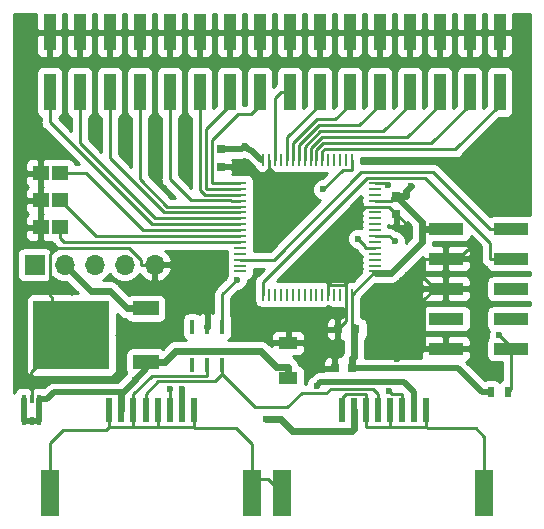
<source format=gtl>
%TF.GenerationSoftware,KiCad,Pcbnew,(5.0.1)-3*%
%TF.CreationDate,2018-12-23T10:43:27+11:00*%
%TF.ProjectId,16_Channel_SSR_Driver,31365F4368616E6E656C5F5353525F44,1.2*%
%TF.SameCoordinates,PX7c25018PY69db1f0*%
%TF.FileFunction,Copper,L1,Top,Signal*%
%TF.FilePolarity,Positive*%
%FSLAX46Y46*%
G04 Gerber Fmt 4.6, Leading zero omitted, Abs format (unit mm)*
G04 Created by KiCad (PCBNEW (5.0.1)-3) date 23/12/2018 10:43:27 AM*
%MOMM*%
%LPD*%
G01*
G04 APERTURE LIST*
%ADD10R,3.000000X1.000000*%
%ADD11R,0.500000X0.900000*%
%ADD12R,1.000000X3.150000*%
%ADD13R,1.380000X1.250000*%
%ADD14R,0.350000X0.800000*%
%ADD15R,0.406400X1.219200*%
%ADD16R,0.800000X0.750000*%
%ADD17R,0.750000X0.800000*%
%ADD18R,1.500000X4.000000*%
%ADD19C,0.900000*%
%ADD20R,0.600000X2.100000*%
%ADD21R,1.700000X1.700000*%
%ADD22O,1.700000X1.700000*%
%ADD23R,1.000000X0.250000*%
%ADD24R,0.250000X1.000000*%
%ADD25R,2.200000X1.200000*%
%ADD26R,6.400000X5.800000*%
%ADD27R,3.050000X2.750000*%
%ADD28R,1.600000X1.000000*%
%ADD29C,0.600000*%
%ADD30C,0.600000*%
%ADD31C,0.500000*%
%ADD32C,0.250000*%
%ADD33C,0.249800*%
%ADD34C,0.254000*%
G04 APERTURE END LIST*
D10*
X37235000Y-18923000D03*
X42775000Y-18923000D03*
X37235000Y-21463000D03*
X42775000Y-21463000D03*
X37235000Y-24003000D03*
X42775000Y-24003000D03*
X37235000Y-26543000D03*
X42775000Y-26543000D03*
X37235000Y-29083000D03*
X42775000Y-29083000D03*
D11*
X42533000Y-32766000D03*
X41033000Y-32766000D03*
D12*
X41783000Y-2301000D03*
X41783000Y-7351000D03*
X39243000Y-2301000D03*
X39243000Y-7351000D03*
X36703000Y-2301000D03*
X36703000Y-7351000D03*
X34163000Y-2301000D03*
X34163000Y-7351000D03*
X31623000Y-2301000D03*
X31623000Y-7351000D03*
X29083000Y-2301000D03*
X29083000Y-7351000D03*
X26543000Y-2301000D03*
X26543000Y-7351000D03*
X24003000Y-2301000D03*
X24003000Y-7351000D03*
X21463000Y-2301000D03*
X21463000Y-7351000D03*
X18923000Y-2301000D03*
X18923000Y-7351000D03*
X16383000Y-2301000D03*
X16383000Y-7351000D03*
X13843000Y-2301000D03*
X13843000Y-7351000D03*
X11303000Y-2301000D03*
X11303000Y-7351000D03*
X8763000Y-2301000D03*
X8763000Y-7351000D03*
X6223000Y-2301000D03*
X6223000Y-7351000D03*
X3683000Y-2301000D03*
X3683000Y-7351000D03*
D13*
X4541000Y-18796000D03*
X2921000Y-18796000D03*
X2921000Y-16510000D03*
X4541000Y-16510000D03*
X4541000Y-14224000D03*
X2921000Y-14224000D03*
D14*
X2809000Y-33340000D03*
X2159000Y-33340000D03*
X1509000Y-33340000D03*
X1509000Y-35240000D03*
X2159000Y-35240000D03*
X2809000Y-35240000D03*
D15*
X18288000Y-27228800D03*
X17018000Y-27228800D03*
X15748000Y-27228800D03*
X15748000Y-30429200D03*
X17018000Y-30429200D03*
X18288000Y-30429200D03*
D16*
X29325000Y-30734000D03*
X27825000Y-30734000D03*
D17*
X18161000Y-12192000D03*
X18161000Y-13692000D03*
D16*
X29579000Y-27432000D03*
X28079000Y-27432000D03*
D17*
X33020000Y-16141000D03*
X33020000Y-17641000D03*
D18*
X23370000Y-41282000D03*
D19*
X23370000Y-41282000D03*
D20*
X35570000Y-34302000D03*
X34550000Y-34302000D03*
X33530000Y-34302000D03*
X32510000Y-34302000D03*
X31490000Y-34302000D03*
X30470000Y-34302000D03*
X29450000Y-34302000D03*
X28430000Y-34302000D03*
D19*
X40470000Y-41282000D03*
D18*
X40470000Y-41282000D03*
X3685000Y-41282000D03*
D19*
X3685000Y-41282000D03*
D20*
X15885000Y-34302000D03*
X14865000Y-34302000D03*
X13845000Y-34302000D03*
X12825000Y-34302000D03*
X11805000Y-34302000D03*
X10785000Y-34302000D03*
X9765000Y-34302000D03*
X8745000Y-34302000D03*
D19*
X20785000Y-41282000D03*
D18*
X20785000Y-41282000D03*
D21*
X2413000Y-21971000D03*
D22*
X4953000Y-21971000D03*
X7493000Y-21971000D03*
X10033000Y-21971000D03*
X12573000Y-21971000D03*
D23*
X31227000Y-22546000D03*
X31227000Y-22046000D03*
X31227000Y-21546000D03*
X31227000Y-21046000D03*
X31227000Y-20546000D03*
X31227000Y-20046000D03*
X31227000Y-19546000D03*
X31227000Y-19046000D03*
X31227000Y-18546000D03*
X31227000Y-18046000D03*
X31227000Y-17546000D03*
X31227000Y-17046000D03*
X31227000Y-16546000D03*
X31227000Y-16046000D03*
X31227000Y-15546000D03*
X31227000Y-15046000D03*
D24*
X29277000Y-13096000D03*
X28777000Y-13096000D03*
X28277000Y-13096000D03*
X27777000Y-13096000D03*
X27277000Y-13096000D03*
X26777000Y-13096000D03*
X26277000Y-13096000D03*
X25777000Y-13096000D03*
X25277000Y-13096000D03*
X24777000Y-13096000D03*
X24277000Y-13096000D03*
X23777000Y-13096000D03*
X23277000Y-13096000D03*
X22777000Y-13096000D03*
X22277000Y-13096000D03*
X21777000Y-13096000D03*
D23*
X19827000Y-15046000D03*
X19827000Y-15546000D03*
X19827000Y-16046000D03*
X19827000Y-16546000D03*
X19827000Y-17046000D03*
X19827000Y-17546000D03*
X19827000Y-18046000D03*
X19827000Y-18546000D03*
X19827000Y-19046000D03*
X19827000Y-19546000D03*
X19827000Y-20046000D03*
X19827000Y-20546000D03*
X19827000Y-21046000D03*
X19827000Y-21546000D03*
X19827000Y-22046000D03*
X19827000Y-22546000D03*
D24*
X21777000Y-24496000D03*
X22277000Y-24496000D03*
X22777000Y-24496000D03*
X23277000Y-24496000D03*
X23777000Y-24496000D03*
X24277000Y-24496000D03*
X24777000Y-24496000D03*
X25277000Y-24496000D03*
X25777000Y-24496000D03*
X26277000Y-24496000D03*
X26777000Y-24496000D03*
X27277000Y-24496000D03*
X27777000Y-24496000D03*
X28277000Y-24496000D03*
X28777000Y-24496000D03*
X29277000Y-24496000D03*
D25*
X11820000Y-30220000D03*
X11820000Y-25660000D03*
D26*
X5520000Y-27940000D03*
D27*
X3845000Y-26415000D03*
X7195000Y-29465000D03*
X3845000Y-29465000D03*
X7195000Y-26415000D03*
D28*
X23876000Y-31599000D03*
X23876000Y-28599000D03*
D29*
X10909800Y-31749800D03*
X22004700Y-35036800D03*
X26162000Y-27305000D03*
X17145000Y-25527000D03*
X39624000Y-20701000D03*
X34163000Y-19050000D03*
X33147000Y-28575000D03*
X33274000Y-26670000D03*
X33528000Y-24511000D03*
X34036000Y-22860000D03*
X33070676Y-29983990D03*
X25527000Y-17272000D03*
X28321000Y-18542000D03*
X34316000Y-15278000D03*
X20232009Y-11955000D03*
X26289000Y-32204900D03*
X14859000Y-32537200D03*
X32449600Y-32703800D03*
X13843000Y-32512000D03*
X29821000Y-19769600D03*
X19514500Y-23259900D03*
X32295000Y-15231000D03*
X26845000Y-15599000D03*
X32891000Y-19999000D03*
X41765000Y-27946000D03*
D30*
X23241000Y-35006700D02*
X24245000Y-36010700D01*
X24245000Y-36010700D02*
X29291600Y-36010700D01*
X29291600Y-36010700D02*
X29450000Y-35852300D01*
X29450000Y-34302000D02*
X29450000Y-35852300D01*
X23241000Y-35006700D02*
X23210900Y-35036800D01*
X23210900Y-35036800D02*
X22004700Y-35036800D01*
X9765000Y-34302000D02*
X9765000Y-32751700D01*
X10909800Y-31749800D02*
X9907900Y-32751700D01*
X9907900Y-32751700D02*
X9765000Y-32751700D01*
D31*
X4072300Y-32751700D02*
X9765000Y-32751700D01*
X3484000Y-33340000D02*
X4072300Y-32751700D01*
X2809000Y-33340000D02*
X3484000Y-33340000D01*
X2809000Y-33340000D02*
X2809000Y-35240000D01*
X2809000Y-35240000D02*
X2159000Y-35240000D01*
X2159000Y-35240000D02*
X1509000Y-35240000D01*
X1509000Y-35240000D02*
X1509000Y-33340000D01*
D30*
X23876000Y-31599000D02*
X23876000Y-30598700D01*
X11820000Y-30220000D02*
X13420300Y-30220000D01*
X13420300Y-30220000D02*
X14321100Y-29319200D01*
X14321100Y-29319200D02*
X21596200Y-29319200D01*
X21596200Y-29319200D02*
X22875700Y-30598700D01*
X22875700Y-30598700D02*
X23876000Y-30598700D01*
D31*
X11820000Y-30839600D02*
X10909800Y-31749800D01*
X11820000Y-30220000D02*
X11820000Y-30839600D01*
D32*
X3845000Y-27940000D02*
X3845000Y-26415000D01*
X3845000Y-29465000D02*
X3845000Y-27940000D01*
X27001000Y-29210000D02*
X26390000Y-28599000D01*
X26390000Y-28599000D02*
X23876000Y-28599000D01*
X12573000Y-21971000D02*
X11398000Y-21971000D01*
X11398000Y-21971000D02*
X11398000Y-21604000D01*
X11398000Y-21604000D02*
X10387000Y-20593000D01*
X10387000Y-20593000D02*
X4202000Y-20593000D01*
X4202000Y-20593000D02*
X3717000Y-21078000D01*
X3717000Y-21078000D02*
X3717000Y-24586000D01*
X3717000Y-24586000D02*
X3845000Y-24715000D01*
X3845000Y-24715000D02*
X3845000Y-26415000D01*
X37235000Y-29083000D02*
X35522000Y-29083000D01*
X35522000Y-29083000D02*
X35410000Y-28970000D01*
X35410000Y-28970000D02*
X35410000Y-24916000D01*
X35410000Y-24916000D02*
X36322000Y-24003000D01*
X36322000Y-24003000D02*
X35410000Y-23090000D01*
X35410000Y-23090000D02*
X35410000Y-21463000D01*
X35410000Y-21463000D02*
X37235000Y-21463000D01*
X37235000Y-24003000D02*
X36322000Y-24003000D01*
X28777000Y-23671000D02*
X28777000Y-24496000D01*
X31227000Y-17046000D02*
X30402000Y-17046000D01*
X30402000Y-17046000D02*
X28777000Y-18671000D01*
X28777000Y-18671000D02*
X28777000Y-23671000D01*
X28777000Y-23671000D02*
X27277000Y-23671000D01*
X27277000Y-23671000D02*
X27277000Y-24496000D01*
X31227000Y-17046000D02*
X32425000Y-17046000D01*
X32425000Y-17046000D02*
X33020000Y-17641000D01*
X28079000Y-27432000D02*
X28079000Y-28132000D01*
X28079000Y-28132000D02*
X27001000Y-29210000D01*
X7195000Y-27940000D02*
X7195000Y-29465000D01*
X3845000Y-27940000D02*
X5520000Y-27940000D01*
X7195000Y-26415000D02*
X7195000Y-27940000D01*
X7195000Y-27940000D02*
X5520000Y-27940000D01*
X27825000Y-30734000D02*
X27825000Y-30034000D01*
X27825000Y-30034000D02*
X27001000Y-29210000D01*
X28777000Y-24496000D02*
X28777000Y-26734000D01*
X28777000Y-26734000D02*
X28079000Y-27432000D01*
X28079000Y-27432000D02*
X26289000Y-27432000D01*
X26289000Y-27432000D02*
X26162000Y-27305000D01*
X17145000Y-27101800D02*
X17018000Y-27228800D01*
X17145000Y-25527000D02*
X17145000Y-27101800D01*
X38997000Y-20701000D02*
X39624000Y-20701000D01*
X37235000Y-21463000D02*
X38235000Y-21463000D01*
X38235000Y-21463000D02*
X38997000Y-20701000D01*
X34163000Y-18784000D02*
X33020000Y-17641000D01*
X34163000Y-19050000D02*
X34163000Y-18784000D01*
X33147000Y-28575000D02*
X33147000Y-26797000D01*
X33147000Y-26797000D02*
X33274000Y-26670000D01*
X33827999Y-24211001D02*
X33827999Y-23068001D01*
X33528000Y-24511000D02*
X33827999Y-24211001D01*
X33827999Y-23068001D02*
X34036000Y-22860000D01*
X5220000Y-27940000D02*
X5520000Y-27940000D01*
X2070000Y-31090000D02*
X5220000Y-27940000D01*
X2070000Y-31212000D02*
X2070000Y-31090000D01*
X2159000Y-31301000D02*
X2070000Y-31212000D01*
X2159000Y-33340000D02*
X2159000Y-31301000D01*
X33971666Y-29083000D02*
X33370675Y-29683991D01*
X33370675Y-29683991D02*
X33070676Y-29983990D01*
X37235000Y-29083000D02*
X33971666Y-29083000D01*
X18161000Y-13692000D02*
X20931000Y-13692000D01*
X20931000Y-13692000D02*
X21463000Y-14224000D01*
X22277000Y-13846000D02*
X22277000Y-13096000D01*
X21899000Y-14224000D02*
X22277000Y-13846000D01*
X21463000Y-14224000D02*
X21899000Y-14224000D01*
X22277000Y-13846000D02*
X22355000Y-13846000D01*
X22355000Y-13846000D02*
X25527000Y-17018000D01*
X25527000Y-17018000D02*
X25527000Y-17272000D01*
X28777000Y-18573736D02*
X28777000Y-18671000D01*
X28745264Y-18542000D02*
X28777000Y-18573736D01*
X28321000Y-18542000D02*
X28745264Y-18542000D01*
D30*
X33020000Y-16141000D02*
X33895300Y-16141000D01*
X34316000Y-15278000D02*
X33895300Y-15698700D01*
X33895300Y-15698700D02*
X33895300Y-16141000D01*
X32857000Y-16304000D02*
X33208000Y-16304000D01*
X33208000Y-16304000D02*
X35235000Y-18331000D01*
X35235000Y-18331000D02*
X35235000Y-18923000D01*
X29325000Y-30734000D02*
X29325000Y-29859000D01*
X29325000Y-29859000D02*
X29428000Y-29756000D01*
X29428000Y-29756000D02*
X29428000Y-27281000D01*
D33*
X31352000Y-22671000D02*
X31227000Y-22546000D01*
D32*
X32857000Y-16304000D02*
X33020000Y-16141000D01*
X31227000Y-16546000D02*
X32615000Y-16546000D01*
X32615000Y-16546000D02*
X32857000Y-16304000D01*
D30*
X37235000Y-18923000D02*
X35235000Y-18923000D01*
D32*
X31227000Y-22546000D02*
X29277000Y-24496000D01*
X29428000Y-27281000D02*
X29579000Y-27432000D01*
X29277000Y-24496000D02*
X29277000Y-27130000D01*
X29277000Y-27130000D02*
X29428000Y-27281000D01*
D30*
X4953000Y-21971000D02*
X7196000Y-24214000D01*
X7196000Y-24214000D02*
X8773000Y-24214000D01*
X8773000Y-24214000D02*
X10220000Y-25660000D01*
X10220000Y-25660000D02*
X11820000Y-25660000D01*
X31934000Y-22671000D02*
X31352000Y-22671000D01*
X32574000Y-22671000D02*
X31934000Y-22671000D01*
X35235000Y-18923000D02*
X35235000Y-20010000D01*
X35235000Y-20010000D02*
X32574000Y-22671000D01*
D31*
X30225000Y-30734000D02*
X29325000Y-30734000D01*
X38251000Y-30734000D02*
X30225000Y-30734000D01*
X40283000Y-32766000D02*
X38251000Y-30734000D01*
X41033000Y-32766000D02*
X40283000Y-32766000D01*
X19995009Y-12192000D02*
X20232009Y-11955000D01*
X18161000Y-12192000D02*
X19995009Y-12192000D01*
X20532008Y-12254999D02*
X20763999Y-12254999D01*
X20232009Y-11955000D02*
X20532008Y-12254999D01*
D32*
X21605000Y-13096000D02*
X21701999Y-13096000D01*
D31*
X20763999Y-12254999D02*
X21605000Y-13096000D01*
X14865000Y-32543200D02*
X14859000Y-32537200D01*
X14865000Y-34302000D02*
X14865000Y-32543200D01*
X26596110Y-31897790D02*
X26289000Y-32204900D01*
X33695790Y-31897790D02*
X26596110Y-31897790D01*
X34550000Y-32752000D02*
X33695790Y-31897790D01*
X34550000Y-34302000D02*
X34550000Y-32752000D01*
D32*
X33530000Y-34302000D02*
X33530000Y-32926700D01*
X32449600Y-32703800D02*
X32672500Y-32926700D01*
X32672500Y-32926700D02*
X33530000Y-32926700D01*
X13843000Y-34300000D02*
X13845000Y-34302000D01*
X13843000Y-32512000D02*
X13843000Y-34300000D01*
X31227000Y-20546000D02*
X30401700Y-20546000D01*
X30401700Y-20546000D02*
X30401700Y-20350300D01*
X30401700Y-20350300D02*
X29821000Y-19769600D01*
X19514500Y-23259900D02*
X18288000Y-24486400D01*
X18288000Y-24486400D02*
X18288000Y-27228800D01*
X31227000Y-15046000D02*
X32110000Y-15046000D01*
X32110000Y-15046000D02*
X32295000Y-15231000D01*
X29277000Y-13096000D02*
X29277000Y-13921000D01*
X29277000Y-13921000D02*
X28522000Y-13921000D01*
X28522000Y-13921000D02*
X26845000Y-15599000D01*
X32891000Y-19999000D02*
X32438000Y-19546000D01*
X32438000Y-19546000D02*
X31227000Y-19546000D01*
X42775000Y-32524000D02*
X42533000Y-32766000D01*
X42775000Y-29083000D02*
X42775000Y-32524000D01*
X42775000Y-28956000D02*
X41765000Y-27946000D01*
X42775000Y-29083000D02*
X42775000Y-28956000D01*
X42775000Y-18923000D02*
X40950000Y-18923000D01*
X40950000Y-18923000D02*
X36161000Y-14134000D01*
X36161000Y-14134000D02*
X30058000Y-14134000D01*
X30058000Y-14134000D02*
X22646000Y-21546000D01*
X22646000Y-21546000D02*
X19827000Y-21546000D01*
X42775000Y-21463000D02*
X40950000Y-21463000D01*
X40950000Y-21463000D02*
X40950000Y-20094000D01*
X40950000Y-20094000D02*
X35451000Y-14596000D01*
X35451000Y-14596000D02*
X30590000Y-14596000D01*
X30590000Y-14596000D02*
X21777000Y-23408000D01*
X21777000Y-23408000D02*
X21777000Y-24496000D01*
X3683000Y-9906000D02*
X3683000Y-7351000D01*
X12319000Y-18542000D02*
X3683000Y-9906000D01*
X19073000Y-18542000D02*
X12319000Y-18542000D01*
X19077000Y-18546000D02*
X19073000Y-18542000D01*
X19827000Y-18546000D02*
X19077000Y-18546000D01*
X6223000Y-11684000D02*
X6223000Y-7351000D01*
X19077000Y-18046000D02*
X19065000Y-18034000D01*
X19827000Y-18046000D02*
X19077000Y-18046000D01*
X19065000Y-18034000D02*
X12573000Y-18034000D01*
X12573000Y-18034000D02*
X6223000Y-11684000D01*
X19077000Y-17546000D02*
X19057000Y-17526000D01*
X19827000Y-17546000D02*
X19077000Y-17546000D01*
X19057000Y-17526000D02*
X13335000Y-17526000D01*
X8763000Y-12954000D02*
X8763000Y-7351000D01*
X13335000Y-17526000D02*
X8763000Y-12954000D01*
X19827000Y-17046000D02*
X13617000Y-17046000D01*
X11303000Y-14732000D02*
X11303000Y-7351000D01*
X13617000Y-17046000D02*
X11303000Y-14732000D01*
X19077000Y-16546000D02*
X19041000Y-16510000D01*
X19827000Y-16546000D02*
X19077000Y-16546000D01*
X19041000Y-16510000D02*
X15621000Y-16510000D01*
X13843000Y-14732000D02*
X13843000Y-7351000D01*
X15621000Y-16510000D02*
X13843000Y-14732000D01*
X19827000Y-16046000D02*
X16806590Y-16046000D01*
X16806590Y-16046000D02*
X16383000Y-15622410D01*
X16383000Y-9176000D02*
X16383000Y-7351000D01*
X16383000Y-15622410D02*
X16383000Y-9176000D01*
X19827000Y-15546000D02*
X16943000Y-15546000D01*
X16943000Y-15546000D02*
X16891000Y-15494000D01*
X18923000Y-8426000D02*
X18923000Y-7351000D01*
X16891000Y-10458000D02*
X18923000Y-8426000D01*
X16891000Y-15494000D02*
X16891000Y-10458000D01*
X19827000Y-15046000D02*
X17459000Y-15046000D01*
X17459000Y-15046000D02*
X17399000Y-14986000D01*
X21463000Y-8426000D02*
X21463000Y-7351000D01*
X20713000Y-9176000D02*
X21463000Y-8426000D01*
X19638000Y-9176000D02*
X20713000Y-9176000D01*
X17399000Y-11415000D02*
X19638000Y-9176000D01*
X17399000Y-14986000D02*
X17399000Y-11415000D01*
X23253000Y-7351000D02*
X24003000Y-7351000D01*
X22777000Y-7827000D02*
X23253000Y-7351000D01*
X22777000Y-13096000D02*
X22777000Y-7827000D01*
X26543000Y-8426000D02*
X26543000Y-7351000D01*
X23777000Y-11192000D02*
X26543000Y-8426000D01*
X23777000Y-13096000D02*
X23777000Y-11192000D01*
X24277000Y-11703947D02*
X26328947Y-9652000D01*
X24277000Y-13096000D02*
X24277000Y-11703947D01*
X29083000Y-8426000D02*
X29083000Y-7351000D01*
X27857000Y-9652000D02*
X29083000Y-8426000D01*
X26328947Y-9652000D02*
X27857000Y-9652000D01*
X24777000Y-11840357D02*
X26457357Y-10160000D01*
X24777000Y-13096000D02*
X24777000Y-11840357D01*
X31623000Y-8426000D02*
X31623000Y-7351000D01*
X29889000Y-10160000D02*
X31623000Y-8426000D01*
X26457357Y-10160000D02*
X29889000Y-10160000D01*
X25277000Y-11976767D02*
X26585767Y-10668000D01*
X25277000Y-13096000D02*
X25277000Y-11976767D01*
X34163000Y-8426000D02*
X34163000Y-7351000D01*
X31921000Y-10668000D02*
X34163000Y-8426000D01*
X26585767Y-10668000D02*
X31921000Y-10668000D01*
X25777000Y-12113177D02*
X26714177Y-11176000D01*
X25777000Y-13096000D02*
X25777000Y-12113177D01*
X36703000Y-8426000D02*
X36703000Y-7351000D01*
X33953000Y-11176000D02*
X36703000Y-8426000D01*
X26714177Y-11176000D02*
X33953000Y-11176000D01*
X26277000Y-12249587D02*
X26842587Y-11684000D01*
X26277000Y-13096000D02*
X26277000Y-12249587D01*
X26842587Y-11684000D02*
X35985000Y-11684000D01*
X39243000Y-8426000D02*
X39243000Y-7351000D01*
X35985000Y-11684000D02*
X39243000Y-8426000D01*
X8745000Y-35634700D02*
X8745000Y-35677300D01*
X8745000Y-34302000D02*
X8745000Y-35634700D01*
X8745000Y-35677300D02*
X10785000Y-35677300D01*
X10785000Y-34302000D02*
X10785000Y-35677300D01*
X12825000Y-35677300D02*
X10785000Y-35677300D01*
X12825000Y-35634700D02*
X12825000Y-35677300D01*
X12825000Y-35677300D02*
X15885000Y-35677300D01*
X12825000Y-34302000D02*
X12825000Y-35634700D01*
X15885000Y-34302000D02*
X15885000Y-35677300D01*
X20785000Y-40119300D02*
X22207300Y-40119300D01*
X22207300Y-40119300D02*
X23370000Y-41282000D01*
X20785000Y-41282000D02*
X20785000Y-40119300D01*
X28430000Y-33272700D02*
X28776000Y-32926700D01*
X28776000Y-32926700D02*
X30470000Y-32926700D01*
X30470000Y-34302000D02*
X30470000Y-32926700D01*
X28430000Y-34302000D02*
X28430000Y-33272700D01*
X35570000Y-34302000D02*
X35570000Y-35677300D01*
X32510000Y-35677300D02*
X35570000Y-35677300D01*
X32510000Y-35564700D02*
X32510000Y-35677300D01*
X32510000Y-35677300D02*
X30470000Y-35677300D01*
X17018000Y-30429200D02*
X17018000Y-31364100D01*
X10785000Y-34302000D02*
X10785000Y-32926700D01*
X10785000Y-32926700D02*
X12347600Y-31364100D01*
X12347600Y-31364100D02*
X17018000Y-31364100D01*
X30470000Y-34302000D02*
X30470000Y-35677300D01*
X32510000Y-34302000D02*
X32510000Y-35564700D01*
X40470000Y-36539002D02*
X40470000Y-41282000D01*
X39747999Y-35817001D02*
X40470000Y-36539002D01*
X35570000Y-35677300D02*
X35709701Y-35817001D01*
X35709701Y-35817001D02*
X39747999Y-35817001D01*
X20785000Y-38956700D02*
X20785000Y-40119300D01*
X20785000Y-37174800D02*
X20785000Y-38956700D01*
X19427600Y-35817400D02*
X20785000Y-37174800D01*
X15885000Y-35677300D02*
X16025100Y-35817400D01*
X16025100Y-35817400D02*
X19427600Y-35817400D01*
X3685000Y-37942600D02*
X3685000Y-41282000D01*
X3685000Y-37082000D02*
X3685000Y-37942600D01*
X4791200Y-35975800D02*
X3685000Y-37082000D01*
X8745000Y-35677300D02*
X8446500Y-35975800D01*
X8446500Y-35975800D02*
X4791200Y-35975800D01*
X11805000Y-34302000D02*
X11805000Y-32926700D01*
X18288000Y-31224100D02*
X21113600Y-34049700D01*
X21113600Y-34049700D02*
X23808900Y-34049700D01*
X23808900Y-34049700D02*
X25028700Y-32829900D01*
X25028700Y-32829900D02*
X27116500Y-32829900D01*
X27116500Y-32829900D02*
X27473600Y-32472800D01*
X27473600Y-32472800D02*
X31036100Y-32472800D01*
X31036100Y-32472800D02*
X31490000Y-32926700D01*
X18288000Y-31181400D02*
X18288000Y-31224100D01*
X11805000Y-32926700D02*
X12888400Y-31843300D01*
X12888400Y-31843300D02*
X17668800Y-31843300D01*
X17668800Y-31843300D02*
X18288000Y-31224100D01*
X31490000Y-34302000D02*
X31490000Y-32926700D01*
X18288000Y-30429200D02*
X18288000Y-31181400D01*
X19827000Y-19046000D02*
X11553000Y-19046000D01*
X11553000Y-19046000D02*
X6731000Y-14224000D01*
X6731000Y-14224000D02*
X4541000Y-14224000D01*
X5481000Y-17450000D02*
X5481000Y-17385000D01*
X7577000Y-19546000D02*
X5481000Y-17450000D01*
X19827000Y-19546000D02*
X7577000Y-19546000D01*
X5481000Y-17385000D02*
X4606000Y-16510000D01*
X4606000Y-16510000D02*
X4541000Y-16510000D01*
X4541000Y-19671000D02*
X4541000Y-18796000D01*
X4916000Y-20046000D02*
X4541000Y-19671000D01*
X19827000Y-20046000D02*
X4916000Y-20046000D01*
X26970997Y-12192000D02*
X38017000Y-12192000D01*
X41783000Y-8426000D02*
X41783000Y-7351000D01*
X26777000Y-13096000D02*
X26777000Y-12385997D01*
X26777000Y-12385997D02*
X26970997Y-12192000D01*
X38017000Y-12192000D02*
X41783000Y-8426000D01*
D34*
G36*
X2548000Y-2015250D02*
X2706750Y-2174000D01*
X3556000Y-2174000D01*
X3556000Y-2154000D01*
X3810000Y-2154000D01*
X3810000Y-2174000D01*
X4659250Y-2174000D01*
X4818000Y-2015250D01*
X4818000Y-710000D01*
X5088000Y-710000D01*
X5088000Y-2015250D01*
X5246750Y-2174000D01*
X6096000Y-2174000D01*
X6096000Y-2154000D01*
X6350000Y-2154000D01*
X6350000Y-2174000D01*
X7199250Y-2174000D01*
X7358000Y-2015250D01*
X7358000Y-710000D01*
X7628000Y-710000D01*
X7628000Y-2015250D01*
X7786750Y-2174000D01*
X8636000Y-2174000D01*
X8636000Y-2154000D01*
X8890000Y-2154000D01*
X8890000Y-2174000D01*
X9739250Y-2174000D01*
X9898000Y-2015250D01*
X9898000Y-710000D01*
X10168000Y-710000D01*
X10168000Y-2015250D01*
X10326750Y-2174000D01*
X11176000Y-2174000D01*
X11176000Y-2154000D01*
X11430000Y-2154000D01*
X11430000Y-2174000D01*
X12279250Y-2174000D01*
X12438000Y-2015250D01*
X12438000Y-710000D01*
X12708000Y-710000D01*
X12708000Y-2015250D01*
X12866750Y-2174000D01*
X13716000Y-2174000D01*
X13716000Y-2154000D01*
X13970000Y-2154000D01*
X13970000Y-2174000D01*
X14819250Y-2174000D01*
X14978000Y-2015250D01*
X14978000Y-710000D01*
X15248000Y-710000D01*
X15248000Y-2015250D01*
X15406750Y-2174000D01*
X16256000Y-2174000D01*
X16256000Y-2154000D01*
X16510000Y-2154000D01*
X16510000Y-2174000D01*
X17359250Y-2174000D01*
X17518000Y-2015250D01*
X17518000Y-710000D01*
X17788000Y-710000D01*
X17788000Y-2015250D01*
X17946750Y-2174000D01*
X18796000Y-2174000D01*
X18796000Y-2154000D01*
X19050000Y-2154000D01*
X19050000Y-2174000D01*
X19899250Y-2174000D01*
X20058000Y-2015250D01*
X20058000Y-710000D01*
X20328000Y-710000D01*
X20328000Y-2015250D01*
X20486750Y-2174000D01*
X21336000Y-2174000D01*
X21336000Y-2154000D01*
X21590000Y-2154000D01*
X21590000Y-2174000D01*
X22439250Y-2174000D01*
X22598000Y-2015250D01*
X22598000Y-710000D01*
X22868000Y-710000D01*
X22868000Y-2015250D01*
X23026750Y-2174000D01*
X23876000Y-2174000D01*
X23876000Y-2154000D01*
X24130000Y-2154000D01*
X24130000Y-2174000D01*
X24979250Y-2174000D01*
X25138000Y-2015250D01*
X25138000Y-710000D01*
X25408000Y-710000D01*
X25408000Y-2015250D01*
X25566750Y-2174000D01*
X26416000Y-2174000D01*
X26416000Y-2154000D01*
X26670000Y-2154000D01*
X26670000Y-2174000D01*
X27519250Y-2174000D01*
X27678000Y-2015250D01*
X27678000Y-710000D01*
X27948000Y-710000D01*
X27948000Y-2015250D01*
X28106750Y-2174000D01*
X28956000Y-2174000D01*
X28956000Y-2154000D01*
X29210000Y-2154000D01*
X29210000Y-2174000D01*
X30059250Y-2174000D01*
X30218000Y-2015250D01*
X30218000Y-710000D01*
X30488000Y-710000D01*
X30488000Y-2015250D01*
X30646750Y-2174000D01*
X31496000Y-2174000D01*
X31496000Y-2154000D01*
X31750000Y-2154000D01*
X31750000Y-2174000D01*
X32599250Y-2174000D01*
X32758000Y-2015250D01*
X32758000Y-710000D01*
X33028000Y-710000D01*
X33028000Y-2015250D01*
X33186750Y-2174000D01*
X34036000Y-2174000D01*
X34036000Y-2154000D01*
X34290000Y-2154000D01*
X34290000Y-2174000D01*
X35139250Y-2174000D01*
X35298000Y-2015250D01*
X35298000Y-710000D01*
X35568000Y-710000D01*
X35568000Y-2015250D01*
X35726750Y-2174000D01*
X36576000Y-2174000D01*
X36576000Y-2154000D01*
X36830000Y-2154000D01*
X36830000Y-2174000D01*
X37679250Y-2174000D01*
X37838000Y-2015250D01*
X37838000Y-710000D01*
X38108000Y-710000D01*
X38108000Y-2015250D01*
X38266750Y-2174000D01*
X39116000Y-2174000D01*
X39116000Y-2154000D01*
X39370000Y-2154000D01*
X39370000Y-2174000D01*
X40219250Y-2174000D01*
X40378000Y-2015250D01*
X40378000Y-710000D01*
X40648000Y-710000D01*
X40648000Y-2015250D01*
X40806750Y-2174000D01*
X41656000Y-2174000D01*
X41656000Y-2154000D01*
X41910000Y-2154000D01*
X41910000Y-2174000D01*
X42759250Y-2174000D01*
X42918000Y-2015250D01*
X42918000Y-710000D01*
X44375000Y-710000D01*
X44375000Y-17795451D01*
X44275000Y-17775560D01*
X41275000Y-17775560D01*
X41027235Y-17824843D01*
X40966936Y-17865134D01*
X36751331Y-13649530D01*
X36708929Y-13586071D01*
X36457537Y-13418096D01*
X36235852Y-13374000D01*
X36235847Y-13374000D01*
X36161000Y-13359112D01*
X36086153Y-13374000D01*
X30132847Y-13374000D01*
X30058000Y-13359112D01*
X30049440Y-13360815D01*
X30049440Y-12952000D01*
X37942153Y-12952000D01*
X38017000Y-12966888D01*
X38091847Y-12952000D01*
X38091852Y-12952000D01*
X38313537Y-12907904D01*
X38564929Y-12739929D01*
X38607331Y-12676470D01*
X41710362Y-9573440D01*
X42283000Y-9573440D01*
X42530765Y-9524157D01*
X42740809Y-9383809D01*
X42881157Y-9173765D01*
X42930440Y-8926000D01*
X42930440Y-5776000D01*
X42881157Y-5528235D01*
X42740809Y-5318191D01*
X42530765Y-5177843D01*
X42283000Y-5128560D01*
X41283000Y-5128560D01*
X41035235Y-5177843D01*
X40825191Y-5318191D01*
X40684843Y-5528235D01*
X40635560Y-5776000D01*
X40635560Y-8498638D01*
X40390440Y-8743758D01*
X40390440Y-5776000D01*
X40341157Y-5528235D01*
X40200809Y-5318191D01*
X39990765Y-5177843D01*
X39743000Y-5128560D01*
X38743000Y-5128560D01*
X38495235Y-5177843D01*
X38285191Y-5318191D01*
X38144843Y-5528235D01*
X38095560Y-5776000D01*
X38095560Y-8498638D01*
X37850440Y-8743758D01*
X37850440Y-5776000D01*
X37801157Y-5528235D01*
X37660809Y-5318191D01*
X37450765Y-5177843D01*
X37203000Y-5128560D01*
X36203000Y-5128560D01*
X35955235Y-5177843D01*
X35745191Y-5318191D01*
X35604843Y-5528235D01*
X35555560Y-5776000D01*
X35555560Y-8498637D01*
X35310440Y-8743758D01*
X35310440Y-5776000D01*
X35261157Y-5528235D01*
X35120809Y-5318191D01*
X34910765Y-5177843D01*
X34663000Y-5128560D01*
X33663000Y-5128560D01*
X33415235Y-5177843D01*
X33205191Y-5318191D01*
X33064843Y-5528235D01*
X33015560Y-5776000D01*
X33015560Y-8498638D01*
X32770440Y-8743758D01*
X32770440Y-5776000D01*
X32721157Y-5528235D01*
X32580809Y-5318191D01*
X32370765Y-5177843D01*
X32123000Y-5128560D01*
X31123000Y-5128560D01*
X30875235Y-5177843D01*
X30665191Y-5318191D01*
X30524843Y-5528235D01*
X30475560Y-5776000D01*
X30475560Y-8498638D01*
X30230440Y-8743758D01*
X30230440Y-5776000D01*
X30181157Y-5528235D01*
X30040809Y-5318191D01*
X29830765Y-5177843D01*
X29583000Y-5128560D01*
X28583000Y-5128560D01*
X28335235Y-5177843D01*
X28125191Y-5318191D01*
X27984843Y-5528235D01*
X27935560Y-5776000D01*
X27935560Y-8498638D01*
X27690440Y-8743759D01*
X27690440Y-5776000D01*
X27641157Y-5528235D01*
X27500809Y-5318191D01*
X27290765Y-5177843D01*
X27043000Y-5128560D01*
X26043000Y-5128560D01*
X25795235Y-5177843D01*
X25585191Y-5318191D01*
X25444843Y-5528235D01*
X25395560Y-5776000D01*
X25395560Y-8498638D01*
X25150440Y-8743758D01*
X25150440Y-5776000D01*
X25101157Y-5528235D01*
X24960809Y-5318191D01*
X24750765Y-5177843D01*
X24503000Y-5128560D01*
X23503000Y-5128560D01*
X23255235Y-5177843D01*
X23045191Y-5318191D01*
X22904843Y-5528235D01*
X22855560Y-5776000D01*
X22855560Y-6702517D01*
X22705071Y-6803071D01*
X22662669Y-6866530D01*
X22610440Y-6918759D01*
X22610440Y-5776000D01*
X22561157Y-5528235D01*
X22420809Y-5318191D01*
X22210765Y-5177843D01*
X21963000Y-5128560D01*
X20963000Y-5128560D01*
X20715235Y-5177843D01*
X20505191Y-5318191D01*
X20364843Y-5528235D01*
X20315560Y-5776000D01*
X20315560Y-8416000D01*
X20070440Y-8416000D01*
X20070440Y-5776000D01*
X20021157Y-5528235D01*
X19880809Y-5318191D01*
X19670765Y-5177843D01*
X19423000Y-5128560D01*
X18423000Y-5128560D01*
X18175235Y-5177843D01*
X17965191Y-5318191D01*
X17824843Y-5528235D01*
X17775560Y-5776000D01*
X17775560Y-8498638D01*
X17530440Y-8743758D01*
X17530440Y-5776000D01*
X17481157Y-5528235D01*
X17340809Y-5318191D01*
X17130765Y-5177843D01*
X16883000Y-5128560D01*
X15883000Y-5128560D01*
X15635235Y-5177843D01*
X15425191Y-5318191D01*
X15284843Y-5528235D01*
X15235560Y-5776000D01*
X15235560Y-8926000D01*
X15284843Y-9173765D01*
X15425191Y-9383809D01*
X15623001Y-9515982D01*
X15623000Y-15437198D01*
X14603000Y-14417199D01*
X14603000Y-9515982D01*
X14800809Y-9383809D01*
X14941157Y-9173765D01*
X14990440Y-8926000D01*
X14990440Y-5776000D01*
X14941157Y-5528235D01*
X14800809Y-5318191D01*
X14590765Y-5177843D01*
X14343000Y-5128560D01*
X13343000Y-5128560D01*
X13095235Y-5177843D01*
X12885191Y-5318191D01*
X12744843Y-5528235D01*
X12695560Y-5776000D01*
X12695560Y-8926000D01*
X12744843Y-9173765D01*
X12885191Y-9383809D01*
X13083001Y-9515982D01*
X13083000Y-14657153D01*
X13068112Y-14732000D01*
X13083000Y-14806847D01*
X13083000Y-14806851D01*
X13127096Y-15028536D01*
X13295071Y-15279929D01*
X13358530Y-15322331D01*
X14322198Y-16286000D01*
X13931802Y-16286000D01*
X12063000Y-14417199D01*
X12063000Y-9515982D01*
X12260809Y-9383809D01*
X12401157Y-9173765D01*
X12450440Y-8926000D01*
X12450440Y-5776000D01*
X12401157Y-5528235D01*
X12260809Y-5318191D01*
X12050765Y-5177843D01*
X11803000Y-5128560D01*
X10803000Y-5128560D01*
X10555235Y-5177843D01*
X10345191Y-5318191D01*
X10204843Y-5528235D01*
X10155560Y-5776000D01*
X10155560Y-8926000D01*
X10204843Y-9173765D01*
X10345191Y-9383809D01*
X10543001Y-9515982D01*
X10543000Y-13659199D01*
X9523000Y-12639199D01*
X9523000Y-9515982D01*
X9720809Y-9383809D01*
X9861157Y-9173765D01*
X9910440Y-8926000D01*
X9910440Y-5776000D01*
X9861157Y-5528235D01*
X9720809Y-5318191D01*
X9510765Y-5177843D01*
X9263000Y-5128560D01*
X8263000Y-5128560D01*
X8015235Y-5177843D01*
X7805191Y-5318191D01*
X7664843Y-5528235D01*
X7615560Y-5776000D01*
X7615560Y-8926000D01*
X7664843Y-9173765D01*
X7805191Y-9383809D01*
X8003001Y-9515982D01*
X8003000Y-12389199D01*
X6983000Y-11369199D01*
X6983000Y-9515982D01*
X7180809Y-9383809D01*
X7321157Y-9173765D01*
X7370440Y-8926000D01*
X7370440Y-5776000D01*
X7321157Y-5528235D01*
X7180809Y-5318191D01*
X6970765Y-5177843D01*
X6723000Y-5128560D01*
X5723000Y-5128560D01*
X5475235Y-5177843D01*
X5265191Y-5318191D01*
X5124843Y-5528235D01*
X5075560Y-5776000D01*
X5075560Y-8926000D01*
X5124843Y-9173765D01*
X5265191Y-9383809D01*
X5463001Y-9515982D01*
X5463000Y-10611199D01*
X4443000Y-9591199D01*
X4443000Y-9515982D01*
X4640809Y-9383809D01*
X4781157Y-9173765D01*
X4830440Y-8926000D01*
X4830440Y-5776000D01*
X4781157Y-5528235D01*
X4640809Y-5318191D01*
X4430765Y-5177843D01*
X4183000Y-5128560D01*
X3183000Y-5128560D01*
X2935235Y-5177843D01*
X2725191Y-5318191D01*
X2584843Y-5528235D01*
X2535560Y-5776000D01*
X2535560Y-8926000D01*
X2584843Y-9173765D01*
X2725191Y-9383809D01*
X2923000Y-9515982D01*
X2923000Y-9831153D01*
X2908112Y-9906000D01*
X2923000Y-9980847D01*
X2923000Y-9980851D01*
X2967096Y-10202536D01*
X3135071Y-10453929D01*
X3198530Y-10496331D01*
X6166198Y-13464000D01*
X5851587Y-13464000D01*
X5829157Y-13351235D01*
X5688809Y-13141191D01*
X5478765Y-13000843D01*
X5231000Y-12951560D01*
X3851000Y-12951560D01*
X3753903Y-12970874D01*
X3737309Y-12964000D01*
X3206750Y-12964000D01*
X3048000Y-13122750D01*
X3048000Y-14097000D01*
X3068000Y-14097000D01*
X3068000Y-14351000D01*
X3048000Y-14351000D01*
X3048000Y-15325250D01*
X3089750Y-15367000D01*
X3048000Y-15408750D01*
X3048000Y-16383000D01*
X3068000Y-16383000D01*
X3068000Y-16637000D01*
X3048000Y-16637000D01*
X3048000Y-17611250D01*
X3089750Y-17653000D01*
X3048000Y-17694750D01*
X3048000Y-18669000D01*
X3068000Y-18669000D01*
X3068000Y-18923000D01*
X3048000Y-18923000D01*
X3048000Y-19897250D01*
X3206750Y-20056000D01*
X3737309Y-20056000D01*
X3753903Y-20049126D01*
X3851000Y-20068440D01*
X3892518Y-20068440D01*
X3993071Y-20218929D01*
X4056530Y-20261331D01*
X4325669Y-20530470D01*
X4359717Y-20581426D01*
X3882375Y-20900375D01*
X3870184Y-20918619D01*
X3861157Y-20873235D01*
X3720809Y-20663191D01*
X3510765Y-20522843D01*
X3263000Y-20473560D01*
X1563000Y-20473560D01*
X1315235Y-20522843D01*
X1105191Y-20663191D01*
X964843Y-20873235D01*
X915560Y-21121000D01*
X915560Y-22821000D01*
X964843Y-23068765D01*
X1105191Y-23278809D01*
X1315235Y-23419157D01*
X1563000Y-23468440D01*
X3263000Y-23468440D01*
X3510765Y-23419157D01*
X3720809Y-23278809D01*
X3861157Y-23068765D01*
X3870184Y-23023381D01*
X3882375Y-23041625D01*
X4373582Y-23369839D01*
X4806744Y-23456000D01*
X5099256Y-23456000D01*
X5112981Y-23453270D01*
X6064710Y-24405000D01*
X5543691Y-24405000D01*
X5520000Y-24414813D01*
X5496309Y-24405000D01*
X2193691Y-24405000D01*
X1960302Y-24501673D01*
X1781673Y-24680301D01*
X1685000Y-24913690D01*
X1685000Y-27916310D01*
X1694813Y-27940000D01*
X1685000Y-27963690D01*
X1685000Y-30966310D01*
X1781673Y-31199699D01*
X1960302Y-31378327D01*
X2193691Y-31475000D01*
X5496309Y-31475000D01*
X5520000Y-31465187D01*
X5543691Y-31475000D01*
X8846309Y-31475000D01*
X9079698Y-31378327D01*
X9258327Y-31199699D01*
X9355000Y-30966310D01*
X9355000Y-27963690D01*
X9345187Y-27940000D01*
X9355000Y-27916310D01*
X9355000Y-26117431D01*
X9493832Y-26256167D01*
X9545903Y-26334097D01*
X9624105Y-26386350D01*
X9624220Y-26386465D01*
X9700438Y-26437354D01*
X9855181Y-26540750D01*
X9855347Y-26540783D01*
X9855486Y-26540876D01*
X10037676Y-26577051D01*
X10127914Y-26595000D01*
X10128077Y-26595000D01*
X10188095Y-26606917D01*
X10262191Y-26717809D01*
X10472235Y-26858157D01*
X10720000Y-26907440D01*
X12920000Y-26907440D01*
X13167765Y-26858157D01*
X13377809Y-26717809D01*
X13518157Y-26507765D01*
X13567440Y-26260000D01*
X13567440Y-25060000D01*
X13518157Y-24812235D01*
X13377809Y-24602191D01*
X13167765Y-24461843D01*
X12920000Y-24412560D01*
X10720000Y-24412560D01*
X10472235Y-24461843D01*
X10395242Y-24513288D01*
X9499170Y-23617836D01*
X9447097Y-23539903D01*
X9368892Y-23487648D01*
X9368779Y-23487535D01*
X9293893Y-23437535D01*
X9137819Y-23333250D01*
X9137652Y-23333217D01*
X9137513Y-23333124D01*
X8955602Y-23297005D01*
X8865086Y-23279000D01*
X8864923Y-23279000D01*
X8772671Y-23260683D01*
X8680751Y-23279000D01*
X8208368Y-23279000D01*
X8563625Y-23041625D01*
X8763000Y-22743239D01*
X8962375Y-23041625D01*
X9453582Y-23369839D01*
X9886744Y-23456000D01*
X10179256Y-23456000D01*
X10612418Y-23369839D01*
X11103625Y-23041625D01*
X11316843Y-22722522D01*
X11377817Y-22852358D01*
X11806076Y-23242645D01*
X12216110Y-23412476D01*
X12446000Y-23291155D01*
X12446000Y-22098000D01*
X12700000Y-22098000D01*
X12700000Y-23291155D01*
X12929890Y-23412476D01*
X13339924Y-23242645D01*
X13768183Y-22852358D01*
X14014486Y-22327892D01*
X13893819Y-22098000D01*
X12700000Y-22098000D01*
X12446000Y-22098000D01*
X12426000Y-22098000D01*
X12426000Y-21844000D01*
X12446000Y-21844000D01*
X12446000Y-21824000D01*
X12700000Y-21824000D01*
X12700000Y-21844000D01*
X13893819Y-21844000D01*
X14014486Y-21614108D01*
X13768183Y-21089642D01*
X13456945Y-20806000D01*
X18702435Y-20806000D01*
X18679560Y-20921000D01*
X18679560Y-21171000D01*
X18704424Y-21296000D01*
X18679560Y-21421000D01*
X18679560Y-21671000D01*
X18704424Y-21796000D01*
X18679560Y-21921000D01*
X18679560Y-22171000D01*
X18704424Y-22296000D01*
X18679560Y-22421000D01*
X18679560Y-22671000D01*
X18701242Y-22780005D01*
X18579500Y-23073917D01*
X18579500Y-23120098D01*
X17803530Y-23896069D01*
X17740071Y-23938471D01*
X17572096Y-24189864D01*
X17528000Y-24411549D01*
X17528000Y-24411553D01*
X17513112Y-24486400D01*
X17528000Y-24561247D01*
X17528001Y-26058962D01*
X17347509Y-25984200D01*
X17278350Y-25984200D01*
X17119600Y-26142950D01*
X17119600Y-27101800D01*
X17165000Y-27101800D01*
X17165000Y-27355800D01*
X17119600Y-27355800D01*
X17119600Y-27375800D01*
X16916400Y-27375800D01*
X16916400Y-27355800D01*
X16871000Y-27355800D01*
X16871000Y-27101800D01*
X16916400Y-27101800D01*
X16916400Y-26142950D01*
X16757650Y-25984200D01*
X16688491Y-25984200D01*
X16455102Y-26080873D01*
X16388373Y-26147602D01*
X16198965Y-26021043D01*
X15951200Y-25971760D01*
X15544800Y-25971760D01*
X15297035Y-26021043D01*
X15086991Y-26161391D01*
X14946643Y-26371435D01*
X14897360Y-26619200D01*
X14897360Y-27838400D01*
X14946643Y-28086165D01*
X15086991Y-28296209D01*
X15218678Y-28384200D01*
X14413186Y-28384200D01*
X14321100Y-28365883D01*
X14229014Y-28384200D01*
X13956281Y-28438450D01*
X13647003Y-28645103D01*
X13594839Y-28723172D01*
X13244737Y-29073274D01*
X13167765Y-29021843D01*
X12920000Y-28972560D01*
X10720000Y-28972560D01*
X10472235Y-29021843D01*
X10262191Y-29162191D01*
X10121843Y-29372235D01*
X10072560Y-29620000D01*
X10072560Y-30820000D01*
X10121843Y-31067765D01*
X10181004Y-31156306D01*
X10117145Y-31220165D01*
X10117144Y-31220167D01*
X9482794Y-31854517D01*
X9421547Y-31866700D01*
X4159461Y-31866700D01*
X4072300Y-31849363D01*
X3985139Y-31866700D01*
X3985135Y-31866700D01*
X3761694Y-31911145D01*
X3726990Y-31918048D01*
X3508145Y-32064276D01*
X3508144Y-32064277D01*
X3434251Y-32113651D01*
X3384877Y-32187544D01*
X3230775Y-32341646D01*
X2984000Y-32292560D01*
X2634000Y-32292560D01*
X2496368Y-32319936D01*
X2460309Y-32305000D01*
X2405250Y-32305000D01*
X2332506Y-32377744D01*
X2176191Y-32482191D01*
X2159000Y-32507919D01*
X2141809Y-32482191D01*
X1985494Y-32377744D01*
X1912750Y-32305000D01*
X1857691Y-32305000D01*
X1821632Y-32319936D01*
X1684000Y-32292560D01*
X1334000Y-32292560D01*
X1086235Y-32341843D01*
X876191Y-32482191D01*
X735843Y-32692235D01*
X710000Y-32822158D01*
X710000Y-19081750D01*
X1596000Y-19081750D01*
X1596000Y-19547310D01*
X1692673Y-19780699D01*
X1871302Y-19959327D01*
X2104691Y-20056000D01*
X2635250Y-20056000D01*
X2794000Y-19897250D01*
X2794000Y-18923000D01*
X1754750Y-18923000D01*
X1596000Y-19081750D01*
X710000Y-19081750D01*
X710000Y-16795750D01*
X1596000Y-16795750D01*
X1596000Y-17261310D01*
X1692673Y-17494699D01*
X1850975Y-17653000D01*
X1692673Y-17811301D01*
X1596000Y-18044690D01*
X1596000Y-18510250D01*
X1754750Y-18669000D01*
X2794000Y-18669000D01*
X2794000Y-17694750D01*
X2752250Y-17653000D01*
X2794000Y-17611250D01*
X2794000Y-16637000D01*
X1754750Y-16637000D01*
X1596000Y-16795750D01*
X710000Y-16795750D01*
X710000Y-14509750D01*
X1596000Y-14509750D01*
X1596000Y-14975310D01*
X1692673Y-15208699D01*
X1850975Y-15367000D01*
X1692673Y-15525301D01*
X1596000Y-15758690D01*
X1596000Y-16224250D01*
X1754750Y-16383000D01*
X2794000Y-16383000D01*
X2794000Y-15408750D01*
X2752250Y-15367000D01*
X2794000Y-15325250D01*
X2794000Y-14351000D01*
X1754750Y-14351000D01*
X1596000Y-14509750D01*
X710000Y-14509750D01*
X710000Y-13472690D01*
X1596000Y-13472690D01*
X1596000Y-13938250D01*
X1754750Y-14097000D01*
X2794000Y-14097000D01*
X2794000Y-13122750D01*
X2635250Y-12964000D01*
X2104691Y-12964000D01*
X1871302Y-13060673D01*
X1692673Y-13239301D01*
X1596000Y-13472690D01*
X710000Y-13472690D01*
X710000Y-2586750D01*
X2548000Y-2586750D01*
X2548000Y-4002309D01*
X2644673Y-4235698D01*
X2823301Y-4414327D01*
X3056690Y-4511000D01*
X3397250Y-4511000D01*
X3556000Y-4352250D01*
X3556000Y-2428000D01*
X3810000Y-2428000D01*
X3810000Y-4352250D01*
X3968750Y-4511000D01*
X4309310Y-4511000D01*
X4542699Y-4414327D01*
X4721327Y-4235698D01*
X4818000Y-4002309D01*
X4818000Y-2586750D01*
X5088000Y-2586750D01*
X5088000Y-4002309D01*
X5184673Y-4235698D01*
X5363301Y-4414327D01*
X5596690Y-4511000D01*
X5937250Y-4511000D01*
X6096000Y-4352250D01*
X6096000Y-2428000D01*
X6350000Y-2428000D01*
X6350000Y-4352250D01*
X6508750Y-4511000D01*
X6849310Y-4511000D01*
X7082699Y-4414327D01*
X7261327Y-4235698D01*
X7358000Y-4002309D01*
X7358000Y-2586750D01*
X7628000Y-2586750D01*
X7628000Y-4002309D01*
X7724673Y-4235698D01*
X7903301Y-4414327D01*
X8136690Y-4511000D01*
X8477250Y-4511000D01*
X8636000Y-4352250D01*
X8636000Y-2428000D01*
X8890000Y-2428000D01*
X8890000Y-4352250D01*
X9048750Y-4511000D01*
X9389310Y-4511000D01*
X9622699Y-4414327D01*
X9801327Y-4235698D01*
X9898000Y-4002309D01*
X9898000Y-2586750D01*
X10168000Y-2586750D01*
X10168000Y-4002309D01*
X10264673Y-4235698D01*
X10443301Y-4414327D01*
X10676690Y-4511000D01*
X11017250Y-4511000D01*
X11176000Y-4352250D01*
X11176000Y-2428000D01*
X11430000Y-2428000D01*
X11430000Y-4352250D01*
X11588750Y-4511000D01*
X11929310Y-4511000D01*
X12162699Y-4414327D01*
X12341327Y-4235698D01*
X12438000Y-4002309D01*
X12438000Y-2586750D01*
X12708000Y-2586750D01*
X12708000Y-4002309D01*
X12804673Y-4235698D01*
X12983301Y-4414327D01*
X13216690Y-4511000D01*
X13557250Y-4511000D01*
X13716000Y-4352250D01*
X13716000Y-2428000D01*
X13970000Y-2428000D01*
X13970000Y-4352250D01*
X14128750Y-4511000D01*
X14469310Y-4511000D01*
X14702699Y-4414327D01*
X14881327Y-4235698D01*
X14978000Y-4002309D01*
X14978000Y-2586750D01*
X15248000Y-2586750D01*
X15248000Y-4002309D01*
X15344673Y-4235698D01*
X15523301Y-4414327D01*
X15756690Y-4511000D01*
X16097250Y-4511000D01*
X16256000Y-4352250D01*
X16256000Y-2428000D01*
X16510000Y-2428000D01*
X16510000Y-4352250D01*
X16668750Y-4511000D01*
X17009310Y-4511000D01*
X17242699Y-4414327D01*
X17421327Y-4235698D01*
X17518000Y-4002309D01*
X17518000Y-2586750D01*
X17788000Y-2586750D01*
X17788000Y-4002309D01*
X17884673Y-4235698D01*
X18063301Y-4414327D01*
X18296690Y-4511000D01*
X18637250Y-4511000D01*
X18796000Y-4352250D01*
X18796000Y-2428000D01*
X19050000Y-2428000D01*
X19050000Y-4352250D01*
X19208750Y-4511000D01*
X19549310Y-4511000D01*
X19782699Y-4414327D01*
X19961327Y-4235698D01*
X20058000Y-4002309D01*
X20058000Y-2586750D01*
X20328000Y-2586750D01*
X20328000Y-4002309D01*
X20424673Y-4235698D01*
X20603301Y-4414327D01*
X20836690Y-4511000D01*
X21177250Y-4511000D01*
X21336000Y-4352250D01*
X21336000Y-2428000D01*
X21590000Y-2428000D01*
X21590000Y-4352250D01*
X21748750Y-4511000D01*
X22089310Y-4511000D01*
X22322699Y-4414327D01*
X22501327Y-4235698D01*
X22598000Y-4002309D01*
X22598000Y-2586750D01*
X22868000Y-2586750D01*
X22868000Y-4002309D01*
X22964673Y-4235698D01*
X23143301Y-4414327D01*
X23376690Y-4511000D01*
X23717250Y-4511000D01*
X23876000Y-4352250D01*
X23876000Y-2428000D01*
X24130000Y-2428000D01*
X24130000Y-4352250D01*
X24288750Y-4511000D01*
X24629310Y-4511000D01*
X24862699Y-4414327D01*
X25041327Y-4235698D01*
X25138000Y-4002309D01*
X25138000Y-2586750D01*
X25408000Y-2586750D01*
X25408000Y-4002309D01*
X25504673Y-4235698D01*
X25683301Y-4414327D01*
X25916690Y-4511000D01*
X26257250Y-4511000D01*
X26416000Y-4352250D01*
X26416000Y-2428000D01*
X26670000Y-2428000D01*
X26670000Y-4352250D01*
X26828750Y-4511000D01*
X27169310Y-4511000D01*
X27402699Y-4414327D01*
X27581327Y-4235698D01*
X27678000Y-4002309D01*
X27678000Y-2586750D01*
X27948000Y-2586750D01*
X27948000Y-4002309D01*
X28044673Y-4235698D01*
X28223301Y-4414327D01*
X28456690Y-4511000D01*
X28797250Y-4511000D01*
X28956000Y-4352250D01*
X28956000Y-2428000D01*
X29210000Y-2428000D01*
X29210000Y-4352250D01*
X29368750Y-4511000D01*
X29709310Y-4511000D01*
X29942699Y-4414327D01*
X30121327Y-4235698D01*
X30218000Y-4002309D01*
X30218000Y-2586750D01*
X30488000Y-2586750D01*
X30488000Y-4002309D01*
X30584673Y-4235698D01*
X30763301Y-4414327D01*
X30996690Y-4511000D01*
X31337250Y-4511000D01*
X31496000Y-4352250D01*
X31496000Y-2428000D01*
X31750000Y-2428000D01*
X31750000Y-4352250D01*
X31908750Y-4511000D01*
X32249310Y-4511000D01*
X32482699Y-4414327D01*
X32661327Y-4235698D01*
X32758000Y-4002309D01*
X32758000Y-2586750D01*
X33028000Y-2586750D01*
X33028000Y-4002309D01*
X33124673Y-4235698D01*
X33303301Y-4414327D01*
X33536690Y-4511000D01*
X33877250Y-4511000D01*
X34036000Y-4352250D01*
X34036000Y-2428000D01*
X34290000Y-2428000D01*
X34290000Y-4352250D01*
X34448750Y-4511000D01*
X34789310Y-4511000D01*
X35022699Y-4414327D01*
X35201327Y-4235698D01*
X35298000Y-4002309D01*
X35298000Y-2586750D01*
X35568000Y-2586750D01*
X35568000Y-4002309D01*
X35664673Y-4235698D01*
X35843301Y-4414327D01*
X36076690Y-4511000D01*
X36417250Y-4511000D01*
X36576000Y-4352250D01*
X36576000Y-2428000D01*
X36830000Y-2428000D01*
X36830000Y-4352250D01*
X36988750Y-4511000D01*
X37329310Y-4511000D01*
X37562699Y-4414327D01*
X37741327Y-4235698D01*
X37838000Y-4002309D01*
X37838000Y-2586750D01*
X38108000Y-2586750D01*
X38108000Y-4002309D01*
X38204673Y-4235698D01*
X38383301Y-4414327D01*
X38616690Y-4511000D01*
X38957250Y-4511000D01*
X39116000Y-4352250D01*
X39116000Y-2428000D01*
X39370000Y-2428000D01*
X39370000Y-4352250D01*
X39528750Y-4511000D01*
X39869310Y-4511000D01*
X40102699Y-4414327D01*
X40281327Y-4235698D01*
X40378000Y-4002309D01*
X40378000Y-2586750D01*
X40648000Y-2586750D01*
X40648000Y-4002309D01*
X40744673Y-4235698D01*
X40923301Y-4414327D01*
X41156690Y-4511000D01*
X41497250Y-4511000D01*
X41656000Y-4352250D01*
X41656000Y-2428000D01*
X41910000Y-2428000D01*
X41910000Y-4352250D01*
X42068750Y-4511000D01*
X42409310Y-4511000D01*
X42642699Y-4414327D01*
X42821327Y-4235698D01*
X42918000Y-4002309D01*
X42918000Y-2586750D01*
X42759250Y-2428000D01*
X41910000Y-2428000D01*
X41656000Y-2428000D01*
X40806750Y-2428000D01*
X40648000Y-2586750D01*
X40378000Y-2586750D01*
X40219250Y-2428000D01*
X39370000Y-2428000D01*
X39116000Y-2428000D01*
X38266750Y-2428000D01*
X38108000Y-2586750D01*
X37838000Y-2586750D01*
X37679250Y-2428000D01*
X36830000Y-2428000D01*
X36576000Y-2428000D01*
X35726750Y-2428000D01*
X35568000Y-2586750D01*
X35298000Y-2586750D01*
X35139250Y-2428000D01*
X34290000Y-2428000D01*
X34036000Y-2428000D01*
X33186750Y-2428000D01*
X33028000Y-2586750D01*
X32758000Y-2586750D01*
X32599250Y-2428000D01*
X31750000Y-2428000D01*
X31496000Y-2428000D01*
X30646750Y-2428000D01*
X30488000Y-2586750D01*
X30218000Y-2586750D01*
X30059250Y-2428000D01*
X29210000Y-2428000D01*
X28956000Y-2428000D01*
X28106750Y-2428000D01*
X27948000Y-2586750D01*
X27678000Y-2586750D01*
X27519250Y-2428000D01*
X26670000Y-2428000D01*
X26416000Y-2428000D01*
X25566750Y-2428000D01*
X25408000Y-2586750D01*
X25138000Y-2586750D01*
X24979250Y-2428000D01*
X24130000Y-2428000D01*
X23876000Y-2428000D01*
X23026750Y-2428000D01*
X22868000Y-2586750D01*
X22598000Y-2586750D01*
X22439250Y-2428000D01*
X21590000Y-2428000D01*
X21336000Y-2428000D01*
X20486750Y-2428000D01*
X20328000Y-2586750D01*
X20058000Y-2586750D01*
X19899250Y-2428000D01*
X19050000Y-2428000D01*
X18796000Y-2428000D01*
X17946750Y-2428000D01*
X17788000Y-2586750D01*
X17518000Y-2586750D01*
X17359250Y-2428000D01*
X16510000Y-2428000D01*
X16256000Y-2428000D01*
X15406750Y-2428000D01*
X15248000Y-2586750D01*
X14978000Y-2586750D01*
X14819250Y-2428000D01*
X13970000Y-2428000D01*
X13716000Y-2428000D01*
X12866750Y-2428000D01*
X12708000Y-2586750D01*
X12438000Y-2586750D01*
X12279250Y-2428000D01*
X11430000Y-2428000D01*
X11176000Y-2428000D01*
X10326750Y-2428000D01*
X10168000Y-2586750D01*
X9898000Y-2586750D01*
X9739250Y-2428000D01*
X8890000Y-2428000D01*
X8636000Y-2428000D01*
X7786750Y-2428000D01*
X7628000Y-2586750D01*
X7358000Y-2586750D01*
X7199250Y-2428000D01*
X6350000Y-2428000D01*
X6096000Y-2428000D01*
X5246750Y-2428000D01*
X5088000Y-2586750D01*
X4818000Y-2586750D01*
X4659250Y-2428000D01*
X3810000Y-2428000D01*
X3556000Y-2428000D01*
X2706750Y-2428000D01*
X2548000Y-2586750D01*
X710000Y-2586750D01*
X710000Y-710000D01*
X2548000Y-710000D01*
X2548000Y-2015250D01*
X2548000Y-2015250D01*
G37*
X2548000Y-2015250D02*
X2706750Y-2174000D01*
X3556000Y-2174000D01*
X3556000Y-2154000D01*
X3810000Y-2154000D01*
X3810000Y-2174000D01*
X4659250Y-2174000D01*
X4818000Y-2015250D01*
X4818000Y-710000D01*
X5088000Y-710000D01*
X5088000Y-2015250D01*
X5246750Y-2174000D01*
X6096000Y-2174000D01*
X6096000Y-2154000D01*
X6350000Y-2154000D01*
X6350000Y-2174000D01*
X7199250Y-2174000D01*
X7358000Y-2015250D01*
X7358000Y-710000D01*
X7628000Y-710000D01*
X7628000Y-2015250D01*
X7786750Y-2174000D01*
X8636000Y-2174000D01*
X8636000Y-2154000D01*
X8890000Y-2154000D01*
X8890000Y-2174000D01*
X9739250Y-2174000D01*
X9898000Y-2015250D01*
X9898000Y-710000D01*
X10168000Y-710000D01*
X10168000Y-2015250D01*
X10326750Y-2174000D01*
X11176000Y-2174000D01*
X11176000Y-2154000D01*
X11430000Y-2154000D01*
X11430000Y-2174000D01*
X12279250Y-2174000D01*
X12438000Y-2015250D01*
X12438000Y-710000D01*
X12708000Y-710000D01*
X12708000Y-2015250D01*
X12866750Y-2174000D01*
X13716000Y-2174000D01*
X13716000Y-2154000D01*
X13970000Y-2154000D01*
X13970000Y-2174000D01*
X14819250Y-2174000D01*
X14978000Y-2015250D01*
X14978000Y-710000D01*
X15248000Y-710000D01*
X15248000Y-2015250D01*
X15406750Y-2174000D01*
X16256000Y-2174000D01*
X16256000Y-2154000D01*
X16510000Y-2154000D01*
X16510000Y-2174000D01*
X17359250Y-2174000D01*
X17518000Y-2015250D01*
X17518000Y-710000D01*
X17788000Y-710000D01*
X17788000Y-2015250D01*
X17946750Y-2174000D01*
X18796000Y-2174000D01*
X18796000Y-2154000D01*
X19050000Y-2154000D01*
X19050000Y-2174000D01*
X19899250Y-2174000D01*
X20058000Y-2015250D01*
X20058000Y-710000D01*
X20328000Y-710000D01*
X20328000Y-2015250D01*
X20486750Y-2174000D01*
X21336000Y-2174000D01*
X21336000Y-2154000D01*
X21590000Y-2154000D01*
X21590000Y-2174000D01*
X22439250Y-2174000D01*
X22598000Y-2015250D01*
X22598000Y-710000D01*
X22868000Y-710000D01*
X22868000Y-2015250D01*
X23026750Y-2174000D01*
X23876000Y-2174000D01*
X23876000Y-2154000D01*
X24130000Y-2154000D01*
X24130000Y-2174000D01*
X24979250Y-2174000D01*
X25138000Y-2015250D01*
X25138000Y-710000D01*
X25408000Y-710000D01*
X25408000Y-2015250D01*
X25566750Y-2174000D01*
X26416000Y-2174000D01*
X26416000Y-2154000D01*
X26670000Y-2154000D01*
X26670000Y-2174000D01*
X27519250Y-2174000D01*
X27678000Y-2015250D01*
X27678000Y-710000D01*
X27948000Y-710000D01*
X27948000Y-2015250D01*
X28106750Y-2174000D01*
X28956000Y-2174000D01*
X28956000Y-2154000D01*
X29210000Y-2154000D01*
X29210000Y-2174000D01*
X30059250Y-2174000D01*
X30218000Y-2015250D01*
X30218000Y-710000D01*
X30488000Y-710000D01*
X30488000Y-2015250D01*
X30646750Y-2174000D01*
X31496000Y-2174000D01*
X31496000Y-2154000D01*
X31750000Y-2154000D01*
X31750000Y-2174000D01*
X32599250Y-2174000D01*
X32758000Y-2015250D01*
X32758000Y-710000D01*
X33028000Y-710000D01*
X33028000Y-2015250D01*
X33186750Y-2174000D01*
X34036000Y-2174000D01*
X34036000Y-2154000D01*
X34290000Y-2154000D01*
X34290000Y-2174000D01*
X35139250Y-2174000D01*
X35298000Y-2015250D01*
X35298000Y-710000D01*
X35568000Y-710000D01*
X35568000Y-2015250D01*
X35726750Y-2174000D01*
X36576000Y-2174000D01*
X36576000Y-2154000D01*
X36830000Y-2154000D01*
X36830000Y-2174000D01*
X37679250Y-2174000D01*
X37838000Y-2015250D01*
X37838000Y-710000D01*
X38108000Y-710000D01*
X38108000Y-2015250D01*
X38266750Y-2174000D01*
X39116000Y-2174000D01*
X39116000Y-2154000D01*
X39370000Y-2154000D01*
X39370000Y-2174000D01*
X40219250Y-2174000D01*
X40378000Y-2015250D01*
X40378000Y-710000D01*
X40648000Y-710000D01*
X40648000Y-2015250D01*
X40806750Y-2174000D01*
X41656000Y-2174000D01*
X41656000Y-2154000D01*
X41910000Y-2154000D01*
X41910000Y-2174000D01*
X42759250Y-2174000D01*
X42918000Y-2015250D01*
X42918000Y-710000D01*
X44375000Y-710000D01*
X44375000Y-17795451D01*
X44275000Y-17775560D01*
X41275000Y-17775560D01*
X41027235Y-17824843D01*
X40966936Y-17865134D01*
X36751331Y-13649530D01*
X36708929Y-13586071D01*
X36457537Y-13418096D01*
X36235852Y-13374000D01*
X36235847Y-13374000D01*
X36161000Y-13359112D01*
X36086153Y-13374000D01*
X30132847Y-13374000D01*
X30058000Y-13359112D01*
X30049440Y-13360815D01*
X30049440Y-12952000D01*
X37942153Y-12952000D01*
X38017000Y-12966888D01*
X38091847Y-12952000D01*
X38091852Y-12952000D01*
X38313537Y-12907904D01*
X38564929Y-12739929D01*
X38607331Y-12676470D01*
X41710362Y-9573440D01*
X42283000Y-9573440D01*
X42530765Y-9524157D01*
X42740809Y-9383809D01*
X42881157Y-9173765D01*
X42930440Y-8926000D01*
X42930440Y-5776000D01*
X42881157Y-5528235D01*
X42740809Y-5318191D01*
X42530765Y-5177843D01*
X42283000Y-5128560D01*
X41283000Y-5128560D01*
X41035235Y-5177843D01*
X40825191Y-5318191D01*
X40684843Y-5528235D01*
X40635560Y-5776000D01*
X40635560Y-8498638D01*
X40390440Y-8743758D01*
X40390440Y-5776000D01*
X40341157Y-5528235D01*
X40200809Y-5318191D01*
X39990765Y-5177843D01*
X39743000Y-5128560D01*
X38743000Y-5128560D01*
X38495235Y-5177843D01*
X38285191Y-5318191D01*
X38144843Y-5528235D01*
X38095560Y-5776000D01*
X38095560Y-8498638D01*
X37850440Y-8743758D01*
X37850440Y-5776000D01*
X37801157Y-5528235D01*
X37660809Y-5318191D01*
X37450765Y-5177843D01*
X37203000Y-5128560D01*
X36203000Y-5128560D01*
X35955235Y-5177843D01*
X35745191Y-5318191D01*
X35604843Y-5528235D01*
X35555560Y-5776000D01*
X35555560Y-8498637D01*
X35310440Y-8743758D01*
X35310440Y-5776000D01*
X35261157Y-5528235D01*
X35120809Y-5318191D01*
X34910765Y-5177843D01*
X34663000Y-5128560D01*
X33663000Y-5128560D01*
X33415235Y-5177843D01*
X33205191Y-5318191D01*
X33064843Y-5528235D01*
X33015560Y-5776000D01*
X33015560Y-8498638D01*
X32770440Y-8743758D01*
X32770440Y-5776000D01*
X32721157Y-5528235D01*
X32580809Y-5318191D01*
X32370765Y-5177843D01*
X32123000Y-5128560D01*
X31123000Y-5128560D01*
X30875235Y-5177843D01*
X30665191Y-5318191D01*
X30524843Y-5528235D01*
X30475560Y-5776000D01*
X30475560Y-8498638D01*
X30230440Y-8743758D01*
X30230440Y-5776000D01*
X30181157Y-5528235D01*
X30040809Y-5318191D01*
X29830765Y-5177843D01*
X29583000Y-5128560D01*
X28583000Y-5128560D01*
X28335235Y-5177843D01*
X28125191Y-5318191D01*
X27984843Y-5528235D01*
X27935560Y-5776000D01*
X27935560Y-8498638D01*
X27690440Y-8743759D01*
X27690440Y-5776000D01*
X27641157Y-5528235D01*
X27500809Y-5318191D01*
X27290765Y-5177843D01*
X27043000Y-5128560D01*
X26043000Y-5128560D01*
X25795235Y-5177843D01*
X25585191Y-5318191D01*
X25444843Y-5528235D01*
X25395560Y-5776000D01*
X25395560Y-8498638D01*
X25150440Y-8743758D01*
X25150440Y-5776000D01*
X25101157Y-5528235D01*
X24960809Y-5318191D01*
X24750765Y-5177843D01*
X24503000Y-5128560D01*
X23503000Y-5128560D01*
X23255235Y-5177843D01*
X23045191Y-5318191D01*
X22904843Y-5528235D01*
X22855560Y-5776000D01*
X22855560Y-6702517D01*
X22705071Y-6803071D01*
X22662669Y-6866530D01*
X22610440Y-6918759D01*
X22610440Y-5776000D01*
X22561157Y-5528235D01*
X22420809Y-5318191D01*
X22210765Y-5177843D01*
X21963000Y-5128560D01*
X20963000Y-5128560D01*
X20715235Y-5177843D01*
X20505191Y-5318191D01*
X20364843Y-5528235D01*
X20315560Y-5776000D01*
X20315560Y-8416000D01*
X20070440Y-8416000D01*
X20070440Y-5776000D01*
X20021157Y-5528235D01*
X19880809Y-5318191D01*
X19670765Y-5177843D01*
X19423000Y-5128560D01*
X18423000Y-5128560D01*
X18175235Y-5177843D01*
X17965191Y-5318191D01*
X17824843Y-5528235D01*
X17775560Y-5776000D01*
X17775560Y-8498638D01*
X17530440Y-8743758D01*
X17530440Y-5776000D01*
X17481157Y-5528235D01*
X17340809Y-5318191D01*
X17130765Y-5177843D01*
X16883000Y-5128560D01*
X15883000Y-5128560D01*
X15635235Y-5177843D01*
X15425191Y-5318191D01*
X15284843Y-5528235D01*
X15235560Y-5776000D01*
X15235560Y-8926000D01*
X15284843Y-9173765D01*
X15425191Y-9383809D01*
X15623001Y-9515982D01*
X15623000Y-15437198D01*
X14603000Y-14417199D01*
X14603000Y-9515982D01*
X14800809Y-9383809D01*
X14941157Y-9173765D01*
X14990440Y-8926000D01*
X14990440Y-5776000D01*
X14941157Y-5528235D01*
X14800809Y-5318191D01*
X14590765Y-5177843D01*
X14343000Y-5128560D01*
X13343000Y-5128560D01*
X13095235Y-5177843D01*
X12885191Y-5318191D01*
X12744843Y-5528235D01*
X12695560Y-5776000D01*
X12695560Y-8926000D01*
X12744843Y-9173765D01*
X12885191Y-9383809D01*
X13083001Y-9515982D01*
X13083000Y-14657153D01*
X13068112Y-14732000D01*
X13083000Y-14806847D01*
X13083000Y-14806851D01*
X13127096Y-15028536D01*
X13295071Y-15279929D01*
X13358530Y-15322331D01*
X14322198Y-16286000D01*
X13931802Y-16286000D01*
X12063000Y-14417199D01*
X12063000Y-9515982D01*
X12260809Y-9383809D01*
X12401157Y-9173765D01*
X12450440Y-8926000D01*
X12450440Y-5776000D01*
X12401157Y-5528235D01*
X12260809Y-5318191D01*
X12050765Y-5177843D01*
X11803000Y-5128560D01*
X10803000Y-5128560D01*
X10555235Y-5177843D01*
X10345191Y-5318191D01*
X10204843Y-5528235D01*
X10155560Y-5776000D01*
X10155560Y-8926000D01*
X10204843Y-9173765D01*
X10345191Y-9383809D01*
X10543001Y-9515982D01*
X10543000Y-13659199D01*
X9523000Y-12639199D01*
X9523000Y-9515982D01*
X9720809Y-9383809D01*
X9861157Y-9173765D01*
X9910440Y-8926000D01*
X9910440Y-5776000D01*
X9861157Y-5528235D01*
X9720809Y-5318191D01*
X9510765Y-5177843D01*
X9263000Y-5128560D01*
X8263000Y-5128560D01*
X8015235Y-5177843D01*
X7805191Y-5318191D01*
X7664843Y-5528235D01*
X7615560Y-5776000D01*
X7615560Y-8926000D01*
X7664843Y-9173765D01*
X7805191Y-9383809D01*
X8003001Y-9515982D01*
X8003000Y-12389199D01*
X6983000Y-11369199D01*
X6983000Y-9515982D01*
X7180809Y-9383809D01*
X7321157Y-9173765D01*
X7370440Y-8926000D01*
X7370440Y-5776000D01*
X7321157Y-5528235D01*
X7180809Y-5318191D01*
X6970765Y-5177843D01*
X6723000Y-5128560D01*
X5723000Y-5128560D01*
X5475235Y-5177843D01*
X5265191Y-5318191D01*
X5124843Y-5528235D01*
X5075560Y-5776000D01*
X5075560Y-8926000D01*
X5124843Y-9173765D01*
X5265191Y-9383809D01*
X5463001Y-9515982D01*
X5463000Y-10611199D01*
X4443000Y-9591199D01*
X4443000Y-9515982D01*
X4640809Y-9383809D01*
X4781157Y-9173765D01*
X4830440Y-8926000D01*
X4830440Y-5776000D01*
X4781157Y-5528235D01*
X4640809Y-5318191D01*
X4430765Y-5177843D01*
X4183000Y-5128560D01*
X3183000Y-5128560D01*
X2935235Y-5177843D01*
X2725191Y-5318191D01*
X2584843Y-5528235D01*
X2535560Y-5776000D01*
X2535560Y-8926000D01*
X2584843Y-9173765D01*
X2725191Y-9383809D01*
X2923000Y-9515982D01*
X2923000Y-9831153D01*
X2908112Y-9906000D01*
X2923000Y-9980847D01*
X2923000Y-9980851D01*
X2967096Y-10202536D01*
X3135071Y-10453929D01*
X3198530Y-10496331D01*
X6166198Y-13464000D01*
X5851587Y-13464000D01*
X5829157Y-13351235D01*
X5688809Y-13141191D01*
X5478765Y-13000843D01*
X5231000Y-12951560D01*
X3851000Y-12951560D01*
X3753903Y-12970874D01*
X3737309Y-12964000D01*
X3206750Y-12964000D01*
X3048000Y-13122750D01*
X3048000Y-14097000D01*
X3068000Y-14097000D01*
X3068000Y-14351000D01*
X3048000Y-14351000D01*
X3048000Y-15325250D01*
X3089750Y-15367000D01*
X3048000Y-15408750D01*
X3048000Y-16383000D01*
X3068000Y-16383000D01*
X3068000Y-16637000D01*
X3048000Y-16637000D01*
X3048000Y-17611250D01*
X3089750Y-17653000D01*
X3048000Y-17694750D01*
X3048000Y-18669000D01*
X3068000Y-18669000D01*
X3068000Y-18923000D01*
X3048000Y-18923000D01*
X3048000Y-19897250D01*
X3206750Y-20056000D01*
X3737309Y-20056000D01*
X3753903Y-20049126D01*
X3851000Y-20068440D01*
X3892518Y-20068440D01*
X3993071Y-20218929D01*
X4056530Y-20261331D01*
X4325669Y-20530470D01*
X4359717Y-20581426D01*
X3882375Y-20900375D01*
X3870184Y-20918619D01*
X3861157Y-20873235D01*
X3720809Y-20663191D01*
X3510765Y-20522843D01*
X3263000Y-20473560D01*
X1563000Y-20473560D01*
X1315235Y-20522843D01*
X1105191Y-20663191D01*
X964843Y-20873235D01*
X915560Y-21121000D01*
X915560Y-22821000D01*
X964843Y-23068765D01*
X1105191Y-23278809D01*
X1315235Y-23419157D01*
X1563000Y-23468440D01*
X3263000Y-23468440D01*
X3510765Y-23419157D01*
X3720809Y-23278809D01*
X3861157Y-23068765D01*
X3870184Y-23023381D01*
X3882375Y-23041625D01*
X4373582Y-23369839D01*
X4806744Y-23456000D01*
X5099256Y-23456000D01*
X5112981Y-23453270D01*
X6064710Y-24405000D01*
X5543691Y-24405000D01*
X5520000Y-24414813D01*
X5496309Y-24405000D01*
X2193691Y-24405000D01*
X1960302Y-24501673D01*
X1781673Y-24680301D01*
X1685000Y-24913690D01*
X1685000Y-27916310D01*
X1694813Y-27940000D01*
X1685000Y-27963690D01*
X1685000Y-30966310D01*
X1781673Y-31199699D01*
X1960302Y-31378327D01*
X2193691Y-31475000D01*
X5496309Y-31475000D01*
X5520000Y-31465187D01*
X5543691Y-31475000D01*
X8846309Y-31475000D01*
X9079698Y-31378327D01*
X9258327Y-31199699D01*
X9355000Y-30966310D01*
X9355000Y-27963690D01*
X9345187Y-27940000D01*
X9355000Y-27916310D01*
X9355000Y-26117431D01*
X9493832Y-26256167D01*
X9545903Y-26334097D01*
X9624105Y-26386350D01*
X9624220Y-26386465D01*
X9700438Y-26437354D01*
X9855181Y-26540750D01*
X9855347Y-26540783D01*
X9855486Y-26540876D01*
X10037676Y-26577051D01*
X10127914Y-26595000D01*
X10128077Y-26595000D01*
X10188095Y-26606917D01*
X10262191Y-26717809D01*
X10472235Y-26858157D01*
X10720000Y-26907440D01*
X12920000Y-26907440D01*
X13167765Y-26858157D01*
X13377809Y-26717809D01*
X13518157Y-26507765D01*
X13567440Y-26260000D01*
X13567440Y-25060000D01*
X13518157Y-24812235D01*
X13377809Y-24602191D01*
X13167765Y-24461843D01*
X12920000Y-24412560D01*
X10720000Y-24412560D01*
X10472235Y-24461843D01*
X10395242Y-24513288D01*
X9499170Y-23617836D01*
X9447097Y-23539903D01*
X9368892Y-23487648D01*
X9368779Y-23487535D01*
X9293893Y-23437535D01*
X9137819Y-23333250D01*
X9137652Y-23333217D01*
X9137513Y-23333124D01*
X8955602Y-23297005D01*
X8865086Y-23279000D01*
X8864923Y-23279000D01*
X8772671Y-23260683D01*
X8680751Y-23279000D01*
X8208368Y-23279000D01*
X8563625Y-23041625D01*
X8763000Y-22743239D01*
X8962375Y-23041625D01*
X9453582Y-23369839D01*
X9886744Y-23456000D01*
X10179256Y-23456000D01*
X10612418Y-23369839D01*
X11103625Y-23041625D01*
X11316843Y-22722522D01*
X11377817Y-22852358D01*
X11806076Y-23242645D01*
X12216110Y-23412476D01*
X12446000Y-23291155D01*
X12446000Y-22098000D01*
X12700000Y-22098000D01*
X12700000Y-23291155D01*
X12929890Y-23412476D01*
X13339924Y-23242645D01*
X13768183Y-22852358D01*
X14014486Y-22327892D01*
X13893819Y-22098000D01*
X12700000Y-22098000D01*
X12446000Y-22098000D01*
X12426000Y-22098000D01*
X12426000Y-21844000D01*
X12446000Y-21844000D01*
X12446000Y-21824000D01*
X12700000Y-21824000D01*
X12700000Y-21844000D01*
X13893819Y-21844000D01*
X14014486Y-21614108D01*
X13768183Y-21089642D01*
X13456945Y-20806000D01*
X18702435Y-20806000D01*
X18679560Y-20921000D01*
X18679560Y-21171000D01*
X18704424Y-21296000D01*
X18679560Y-21421000D01*
X18679560Y-21671000D01*
X18704424Y-21796000D01*
X18679560Y-21921000D01*
X18679560Y-22171000D01*
X18704424Y-22296000D01*
X18679560Y-22421000D01*
X18679560Y-22671000D01*
X18701242Y-22780005D01*
X18579500Y-23073917D01*
X18579500Y-23120098D01*
X17803530Y-23896069D01*
X17740071Y-23938471D01*
X17572096Y-24189864D01*
X17528000Y-24411549D01*
X17528000Y-24411553D01*
X17513112Y-24486400D01*
X17528000Y-24561247D01*
X17528001Y-26058962D01*
X17347509Y-25984200D01*
X17278350Y-25984200D01*
X17119600Y-26142950D01*
X17119600Y-27101800D01*
X17165000Y-27101800D01*
X17165000Y-27355800D01*
X17119600Y-27355800D01*
X17119600Y-27375800D01*
X16916400Y-27375800D01*
X16916400Y-27355800D01*
X16871000Y-27355800D01*
X16871000Y-27101800D01*
X16916400Y-27101800D01*
X16916400Y-26142950D01*
X16757650Y-25984200D01*
X16688491Y-25984200D01*
X16455102Y-26080873D01*
X16388373Y-26147602D01*
X16198965Y-26021043D01*
X15951200Y-25971760D01*
X15544800Y-25971760D01*
X15297035Y-26021043D01*
X15086991Y-26161391D01*
X14946643Y-26371435D01*
X14897360Y-26619200D01*
X14897360Y-27838400D01*
X14946643Y-28086165D01*
X15086991Y-28296209D01*
X15218678Y-28384200D01*
X14413186Y-28384200D01*
X14321100Y-28365883D01*
X14229014Y-28384200D01*
X13956281Y-28438450D01*
X13647003Y-28645103D01*
X13594839Y-28723172D01*
X13244737Y-29073274D01*
X13167765Y-29021843D01*
X12920000Y-28972560D01*
X10720000Y-28972560D01*
X10472235Y-29021843D01*
X10262191Y-29162191D01*
X10121843Y-29372235D01*
X10072560Y-29620000D01*
X10072560Y-30820000D01*
X10121843Y-31067765D01*
X10181004Y-31156306D01*
X10117145Y-31220165D01*
X10117144Y-31220167D01*
X9482794Y-31854517D01*
X9421547Y-31866700D01*
X4159461Y-31866700D01*
X4072300Y-31849363D01*
X3985139Y-31866700D01*
X3985135Y-31866700D01*
X3761694Y-31911145D01*
X3726990Y-31918048D01*
X3508145Y-32064276D01*
X3508144Y-32064277D01*
X3434251Y-32113651D01*
X3384877Y-32187544D01*
X3230775Y-32341646D01*
X2984000Y-32292560D01*
X2634000Y-32292560D01*
X2496368Y-32319936D01*
X2460309Y-32305000D01*
X2405250Y-32305000D01*
X2332506Y-32377744D01*
X2176191Y-32482191D01*
X2159000Y-32507919D01*
X2141809Y-32482191D01*
X1985494Y-32377744D01*
X1912750Y-32305000D01*
X1857691Y-32305000D01*
X1821632Y-32319936D01*
X1684000Y-32292560D01*
X1334000Y-32292560D01*
X1086235Y-32341843D01*
X876191Y-32482191D01*
X735843Y-32692235D01*
X710000Y-32822158D01*
X710000Y-19081750D01*
X1596000Y-19081750D01*
X1596000Y-19547310D01*
X1692673Y-19780699D01*
X1871302Y-19959327D01*
X2104691Y-20056000D01*
X2635250Y-20056000D01*
X2794000Y-19897250D01*
X2794000Y-18923000D01*
X1754750Y-18923000D01*
X1596000Y-19081750D01*
X710000Y-19081750D01*
X710000Y-16795750D01*
X1596000Y-16795750D01*
X1596000Y-17261310D01*
X1692673Y-17494699D01*
X1850975Y-17653000D01*
X1692673Y-17811301D01*
X1596000Y-18044690D01*
X1596000Y-18510250D01*
X1754750Y-18669000D01*
X2794000Y-18669000D01*
X2794000Y-17694750D01*
X2752250Y-17653000D01*
X2794000Y-17611250D01*
X2794000Y-16637000D01*
X1754750Y-16637000D01*
X1596000Y-16795750D01*
X710000Y-16795750D01*
X710000Y-14509750D01*
X1596000Y-14509750D01*
X1596000Y-14975310D01*
X1692673Y-15208699D01*
X1850975Y-15367000D01*
X1692673Y-15525301D01*
X1596000Y-15758690D01*
X1596000Y-16224250D01*
X1754750Y-16383000D01*
X2794000Y-16383000D01*
X2794000Y-15408750D01*
X2752250Y-15367000D01*
X2794000Y-15325250D01*
X2794000Y-14351000D01*
X1754750Y-14351000D01*
X1596000Y-14509750D01*
X710000Y-14509750D01*
X710000Y-13472690D01*
X1596000Y-13472690D01*
X1596000Y-13938250D01*
X1754750Y-14097000D01*
X2794000Y-14097000D01*
X2794000Y-13122750D01*
X2635250Y-12964000D01*
X2104691Y-12964000D01*
X1871302Y-13060673D01*
X1692673Y-13239301D01*
X1596000Y-13472690D01*
X710000Y-13472690D01*
X710000Y-2586750D01*
X2548000Y-2586750D01*
X2548000Y-4002309D01*
X2644673Y-4235698D01*
X2823301Y-4414327D01*
X3056690Y-4511000D01*
X3397250Y-4511000D01*
X3556000Y-4352250D01*
X3556000Y-2428000D01*
X3810000Y-2428000D01*
X3810000Y-4352250D01*
X3968750Y-4511000D01*
X4309310Y-4511000D01*
X4542699Y-4414327D01*
X4721327Y-4235698D01*
X4818000Y-4002309D01*
X4818000Y-2586750D01*
X5088000Y-2586750D01*
X5088000Y-4002309D01*
X5184673Y-4235698D01*
X5363301Y-4414327D01*
X5596690Y-4511000D01*
X5937250Y-4511000D01*
X6096000Y-4352250D01*
X6096000Y-2428000D01*
X6350000Y-2428000D01*
X6350000Y-4352250D01*
X6508750Y-4511000D01*
X6849310Y-4511000D01*
X7082699Y-4414327D01*
X7261327Y-4235698D01*
X7358000Y-4002309D01*
X7358000Y-2586750D01*
X7628000Y-2586750D01*
X7628000Y-4002309D01*
X7724673Y-4235698D01*
X7903301Y-4414327D01*
X8136690Y-4511000D01*
X8477250Y-4511000D01*
X8636000Y-4352250D01*
X8636000Y-2428000D01*
X8890000Y-2428000D01*
X8890000Y-4352250D01*
X9048750Y-4511000D01*
X9389310Y-4511000D01*
X9622699Y-4414327D01*
X9801327Y-4235698D01*
X9898000Y-4002309D01*
X9898000Y-2586750D01*
X10168000Y-2586750D01*
X10168000Y-4002309D01*
X10264673Y-4235698D01*
X10443301Y-4414327D01*
X10676690Y-4511000D01*
X11017250Y-4511000D01*
X11176000Y-4352250D01*
X11176000Y-2428000D01*
X11430000Y-2428000D01*
X11430000Y-4352250D01*
X11588750Y-4511000D01*
X11929310Y-4511000D01*
X12162699Y-4414327D01*
X12341327Y-4235698D01*
X12438000Y-4002309D01*
X12438000Y-2586750D01*
X12708000Y-2586750D01*
X12708000Y-4002309D01*
X12804673Y-4235698D01*
X12983301Y-4414327D01*
X13216690Y-4511000D01*
X13557250Y-4511000D01*
X13716000Y-4352250D01*
X13716000Y-2428000D01*
X13970000Y-2428000D01*
X13970000Y-4352250D01*
X14128750Y-4511000D01*
X14469310Y-4511000D01*
X14702699Y-4414327D01*
X14881327Y-4235698D01*
X14978000Y-4002309D01*
X14978000Y-2586750D01*
X15248000Y-2586750D01*
X15248000Y-4002309D01*
X15344673Y-4235698D01*
X15523301Y-4414327D01*
X15756690Y-4511000D01*
X16097250Y-4511000D01*
X16256000Y-4352250D01*
X16256000Y-2428000D01*
X16510000Y-2428000D01*
X16510000Y-4352250D01*
X16668750Y-4511000D01*
X17009310Y-4511000D01*
X17242699Y-4414327D01*
X17421327Y-4235698D01*
X17518000Y-4002309D01*
X17518000Y-2586750D01*
X17788000Y-2586750D01*
X17788000Y-4002309D01*
X17884673Y-4235698D01*
X18063301Y-4414327D01*
X18296690Y-4511000D01*
X18637250Y-4511000D01*
X18796000Y-4352250D01*
X18796000Y-2428000D01*
X19050000Y-2428000D01*
X19050000Y-4352250D01*
X19208750Y-4511000D01*
X19549310Y-4511000D01*
X19782699Y-4414327D01*
X19961327Y-4235698D01*
X20058000Y-4002309D01*
X20058000Y-2586750D01*
X20328000Y-2586750D01*
X20328000Y-4002309D01*
X20424673Y-4235698D01*
X20603301Y-4414327D01*
X20836690Y-4511000D01*
X21177250Y-4511000D01*
X21336000Y-4352250D01*
X21336000Y-2428000D01*
X21590000Y-2428000D01*
X21590000Y-4352250D01*
X21748750Y-4511000D01*
X22089310Y-4511000D01*
X22322699Y-4414327D01*
X22501327Y-4235698D01*
X22598000Y-4002309D01*
X22598000Y-2586750D01*
X22868000Y-2586750D01*
X22868000Y-4002309D01*
X22964673Y-4235698D01*
X23143301Y-4414327D01*
X23376690Y-4511000D01*
X23717250Y-4511000D01*
X23876000Y-4352250D01*
X23876000Y-2428000D01*
X24130000Y-2428000D01*
X24130000Y-4352250D01*
X24288750Y-4511000D01*
X24629310Y-4511000D01*
X24862699Y-4414327D01*
X25041327Y-4235698D01*
X25138000Y-4002309D01*
X25138000Y-2586750D01*
X25408000Y-2586750D01*
X25408000Y-4002309D01*
X25504673Y-4235698D01*
X25683301Y-4414327D01*
X25916690Y-4511000D01*
X26257250Y-4511000D01*
X26416000Y-4352250D01*
X26416000Y-2428000D01*
X26670000Y-2428000D01*
X26670000Y-4352250D01*
X26828750Y-4511000D01*
X27169310Y-4511000D01*
X27402699Y-4414327D01*
X27581327Y-4235698D01*
X27678000Y-4002309D01*
X27678000Y-2586750D01*
X27948000Y-2586750D01*
X27948000Y-4002309D01*
X28044673Y-4235698D01*
X28223301Y-4414327D01*
X28456690Y-4511000D01*
X28797250Y-4511000D01*
X28956000Y-4352250D01*
X28956000Y-2428000D01*
X29210000Y-2428000D01*
X29210000Y-4352250D01*
X29368750Y-4511000D01*
X29709310Y-4511000D01*
X29942699Y-4414327D01*
X30121327Y-4235698D01*
X30218000Y-4002309D01*
X30218000Y-2586750D01*
X30488000Y-2586750D01*
X30488000Y-4002309D01*
X30584673Y-4235698D01*
X30763301Y-4414327D01*
X30996690Y-4511000D01*
X31337250Y-4511000D01*
X31496000Y-4352250D01*
X31496000Y-2428000D01*
X31750000Y-2428000D01*
X31750000Y-4352250D01*
X31908750Y-4511000D01*
X32249310Y-4511000D01*
X32482699Y-4414327D01*
X32661327Y-4235698D01*
X32758000Y-4002309D01*
X32758000Y-2586750D01*
X33028000Y-2586750D01*
X33028000Y-4002309D01*
X33124673Y-4235698D01*
X33303301Y-4414327D01*
X33536690Y-4511000D01*
X33877250Y-4511000D01*
X34036000Y-4352250D01*
X34036000Y-2428000D01*
X34290000Y-2428000D01*
X34290000Y-4352250D01*
X34448750Y-4511000D01*
X34789310Y-4511000D01*
X35022699Y-4414327D01*
X35201327Y-4235698D01*
X35298000Y-4002309D01*
X35298000Y-2586750D01*
X35568000Y-2586750D01*
X35568000Y-4002309D01*
X35664673Y-4235698D01*
X35843301Y-4414327D01*
X36076690Y-4511000D01*
X36417250Y-4511000D01*
X36576000Y-4352250D01*
X36576000Y-2428000D01*
X36830000Y-2428000D01*
X36830000Y-4352250D01*
X36988750Y-4511000D01*
X37329310Y-4511000D01*
X37562699Y-4414327D01*
X37741327Y-4235698D01*
X37838000Y-4002309D01*
X37838000Y-2586750D01*
X38108000Y-2586750D01*
X38108000Y-4002309D01*
X38204673Y-4235698D01*
X38383301Y-4414327D01*
X38616690Y-4511000D01*
X38957250Y-4511000D01*
X39116000Y-4352250D01*
X39116000Y-2428000D01*
X39370000Y-2428000D01*
X39370000Y-4352250D01*
X39528750Y-4511000D01*
X39869310Y-4511000D01*
X40102699Y-4414327D01*
X40281327Y-4235698D01*
X40378000Y-4002309D01*
X40378000Y-2586750D01*
X40648000Y-2586750D01*
X40648000Y-4002309D01*
X40744673Y-4235698D01*
X40923301Y-4414327D01*
X41156690Y-4511000D01*
X41497250Y-4511000D01*
X41656000Y-4352250D01*
X41656000Y-2428000D01*
X41910000Y-2428000D01*
X41910000Y-4352250D01*
X42068750Y-4511000D01*
X42409310Y-4511000D01*
X42642699Y-4414327D01*
X42821327Y-4235698D01*
X42918000Y-4002309D01*
X42918000Y-2586750D01*
X42759250Y-2428000D01*
X41910000Y-2428000D01*
X41656000Y-2428000D01*
X40806750Y-2428000D01*
X40648000Y-2586750D01*
X40378000Y-2586750D01*
X40219250Y-2428000D01*
X39370000Y-2428000D01*
X39116000Y-2428000D01*
X38266750Y-2428000D01*
X38108000Y-2586750D01*
X37838000Y-2586750D01*
X37679250Y-2428000D01*
X36830000Y-2428000D01*
X36576000Y-2428000D01*
X35726750Y-2428000D01*
X35568000Y-2586750D01*
X35298000Y-2586750D01*
X35139250Y-2428000D01*
X34290000Y-2428000D01*
X34036000Y-2428000D01*
X33186750Y-2428000D01*
X33028000Y-2586750D01*
X32758000Y-2586750D01*
X32599250Y-2428000D01*
X31750000Y-2428000D01*
X31496000Y-2428000D01*
X30646750Y-2428000D01*
X30488000Y-2586750D01*
X30218000Y-2586750D01*
X30059250Y-2428000D01*
X29210000Y-2428000D01*
X28956000Y-2428000D01*
X28106750Y-2428000D01*
X27948000Y-2586750D01*
X27678000Y-2586750D01*
X27519250Y-2428000D01*
X26670000Y-2428000D01*
X26416000Y-2428000D01*
X25566750Y-2428000D01*
X25408000Y-2586750D01*
X25138000Y-2586750D01*
X24979250Y-2428000D01*
X24130000Y-2428000D01*
X23876000Y-2428000D01*
X23026750Y-2428000D01*
X22868000Y-2586750D01*
X22598000Y-2586750D01*
X22439250Y-2428000D01*
X21590000Y-2428000D01*
X21336000Y-2428000D01*
X20486750Y-2428000D01*
X20328000Y-2586750D01*
X20058000Y-2586750D01*
X19899250Y-2428000D01*
X19050000Y-2428000D01*
X18796000Y-2428000D01*
X17946750Y-2428000D01*
X17788000Y-2586750D01*
X17518000Y-2586750D01*
X17359250Y-2428000D01*
X16510000Y-2428000D01*
X16256000Y-2428000D01*
X15406750Y-2428000D01*
X15248000Y-2586750D01*
X14978000Y-2586750D01*
X14819250Y-2428000D01*
X13970000Y-2428000D01*
X13716000Y-2428000D01*
X12866750Y-2428000D01*
X12708000Y-2586750D01*
X12438000Y-2586750D01*
X12279250Y-2428000D01*
X11430000Y-2428000D01*
X11176000Y-2428000D01*
X10326750Y-2428000D01*
X10168000Y-2586750D01*
X9898000Y-2586750D01*
X9739250Y-2428000D01*
X8890000Y-2428000D01*
X8636000Y-2428000D01*
X7786750Y-2428000D01*
X7628000Y-2586750D01*
X7358000Y-2586750D01*
X7199250Y-2428000D01*
X6350000Y-2428000D01*
X6096000Y-2428000D01*
X5246750Y-2428000D01*
X5088000Y-2586750D01*
X4818000Y-2586750D01*
X4659250Y-2428000D01*
X3810000Y-2428000D01*
X3556000Y-2428000D01*
X2706750Y-2428000D01*
X2548000Y-2586750D01*
X710000Y-2586750D01*
X710000Y-710000D01*
X2548000Y-710000D01*
X2548000Y-2015250D01*
G36*
X21292545Y-22817659D02*
X21229071Y-22860071D01*
X21147114Y-22982729D01*
X21061113Y-23111423D01*
X21061109Y-23111445D01*
X21061096Y-23111464D01*
X21029729Y-23269157D01*
X21002112Y-23407957D01*
X21017000Y-23482827D01*
X21017000Y-23933457D01*
X21004560Y-23996000D01*
X21004560Y-24996000D01*
X21053843Y-25243765D01*
X21194191Y-25453809D01*
X21404235Y-25594157D01*
X21652000Y-25643440D01*
X21902000Y-25643440D01*
X22027000Y-25618576D01*
X22152000Y-25643440D01*
X22402000Y-25643440D01*
X22527000Y-25618576D01*
X22652000Y-25643440D01*
X22902000Y-25643440D01*
X23027000Y-25618576D01*
X23152000Y-25643440D01*
X23402000Y-25643440D01*
X23527000Y-25618576D01*
X23652000Y-25643440D01*
X23902000Y-25643440D01*
X24027000Y-25618576D01*
X24152000Y-25643440D01*
X24402000Y-25643440D01*
X24527000Y-25618576D01*
X24652000Y-25643440D01*
X24902000Y-25643440D01*
X25027000Y-25618576D01*
X25152000Y-25643440D01*
X25402000Y-25643440D01*
X25527000Y-25618576D01*
X25652000Y-25643440D01*
X25902000Y-25643440D01*
X26027000Y-25618576D01*
X26152000Y-25643440D01*
X26402000Y-25643440D01*
X26527000Y-25618576D01*
X26652000Y-25643440D01*
X26902000Y-25643440D01*
X27005852Y-25622783D01*
X27025690Y-25631000D01*
X27055750Y-25631000D01*
X27078397Y-25608353D01*
X27149765Y-25594157D01*
X27277000Y-25509141D01*
X27404235Y-25594157D01*
X27475603Y-25608353D01*
X27498250Y-25631000D01*
X27528310Y-25631000D01*
X27548148Y-25622783D01*
X27652000Y-25643440D01*
X27902000Y-25643440D01*
X28027000Y-25618576D01*
X28152000Y-25643440D01*
X28402000Y-25643440D01*
X28505852Y-25622783D01*
X28517000Y-25627401D01*
X28517001Y-26422000D01*
X28364750Y-26422000D01*
X28206000Y-26580750D01*
X28206000Y-27305000D01*
X28226000Y-27305000D01*
X28226000Y-27559000D01*
X28206000Y-27559000D01*
X28206000Y-28283250D01*
X28364750Y-28442000D01*
X28493001Y-28442000D01*
X28493000Y-29421222D01*
X28444250Y-29494182D01*
X28394941Y-29742073D01*
X28351309Y-29724000D01*
X28110750Y-29724000D01*
X27952000Y-29882750D01*
X27952000Y-30607000D01*
X27972000Y-30607000D01*
X27972000Y-30861000D01*
X27952000Y-30861000D01*
X27952000Y-30881000D01*
X27698000Y-30881000D01*
X27698000Y-30861000D01*
X26948750Y-30861000D01*
X26796960Y-31012790D01*
X26683269Y-31012790D01*
X26596109Y-30995453D01*
X26508950Y-31012790D01*
X26508945Y-31012790D01*
X26250800Y-31064138D01*
X25958061Y-31259741D01*
X25908685Y-31333637D01*
X25880078Y-31362244D01*
X25759365Y-31412245D01*
X25496345Y-31675265D01*
X25354000Y-32018917D01*
X25354000Y-32069900D01*
X25323440Y-32069900D01*
X25323440Y-31099000D01*
X25274157Y-30851235D01*
X25133809Y-30641191D01*
X24923765Y-30500843D01*
X24805159Y-30477251D01*
X24756750Y-30233881D01*
X24755955Y-30232690D01*
X26790000Y-30232690D01*
X26790000Y-30448250D01*
X26948750Y-30607000D01*
X27698000Y-30607000D01*
X27698000Y-29882750D01*
X27539250Y-29724000D01*
X27298691Y-29724000D01*
X27065302Y-29820673D01*
X26886673Y-29999301D01*
X26790000Y-30232690D01*
X24755955Y-30232690D01*
X24550097Y-29924603D01*
X24264840Y-29734000D01*
X24802310Y-29734000D01*
X25035699Y-29637327D01*
X25214327Y-29458698D01*
X25311000Y-29225309D01*
X25311000Y-28884750D01*
X25152250Y-28726000D01*
X24003000Y-28726000D01*
X24003000Y-28746000D01*
X23749000Y-28746000D01*
X23749000Y-28726000D01*
X22599750Y-28726000D01*
X22462520Y-28863230D01*
X22322461Y-28723172D01*
X22270297Y-28645103D01*
X21961019Y-28438450D01*
X21688286Y-28384200D01*
X21596200Y-28365883D01*
X21504114Y-28384200D01*
X18817322Y-28384200D01*
X18949009Y-28296209D01*
X19089357Y-28086165D01*
X19111928Y-27972691D01*
X22441000Y-27972691D01*
X22441000Y-28313250D01*
X22599750Y-28472000D01*
X23749000Y-28472000D01*
X23749000Y-27622750D01*
X24003000Y-27622750D01*
X24003000Y-28472000D01*
X25152250Y-28472000D01*
X25311000Y-28313250D01*
X25311000Y-27972691D01*
X25214327Y-27739302D01*
X25192776Y-27717750D01*
X27044000Y-27717750D01*
X27044000Y-27933310D01*
X27140673Y-28166699D01*
X27319302Y-28345327D01*
X27552691Y-28442000D01*
X27793250Y-28442000D01*
X27952000Y-28283250D01*
X27952000Y-27559000D01*
X27202750Y-27559000D01*
X27044000Y-27717750D01*
X25192776Y-27717750D01*
X25035699Y-27560673D01*
X24802310Y-27464000D01*
X24161750Y-27464000D01*
X24003000Y-27622750D01*
X23749000Y-27622750D01*
X23590250Y-27464000D01*
X22949690Y-27464000D01*
X22716301Y-27560673D01*
X22537673Y-27739302D01*
X22441000Y-27972691D01*
X19111928Y-27972691D01*
X19138640Y-27838400D01*
X19138640Y-26930690D01*
X27044000Y-26930690D01*
X27044000Y-27146250D01*
X27202750Y-27305000D01*
X27952000Y-27305000D01*
X27952000Y-26580750D01*
X27793250Y-26422000D01*
X27552691Y-26422000D01*
X27319302Y-26518673D01*
X27140673Y-26697301D01*
X27044000Y-26930690D01*
X19138640Y-26930690D01*
X19138640Y-26619200D01*
X19089357Y-26371435D01*
X19048000Y-26309540D01*
X19048000Y-24801201D01*
X19654302Y-24194900D01*
X19700483Y-24194900D01*
X20044135Y-24052555D01*
X20307155Y-23789535D01*
X20449500Y-23445883D01*
X20449500Y-23294073D01*
X20574765Y-23269157D01*
X20784809Y-23128809D01*
X20925157Y-22918765D01*
X20974440Y-22671000D01*
X20974440Y-22421000D01*
X20951565Y-22306000D01*
X21804262Y-22306000D01*
X21292545Y-22817659D01*
X21292545Y-22817659D01*
G37*
X21292545Y-22817659D02*
X21229071Y-22860071D01*
X21147114Y-22982729D01*
X21061113Y-23111423D01*
X21061109Y-23111445D01*
X21061096Y-23111464D01*
X21029729Y-23269157D01*
X21002112Y-23407957D01*
X21017000Y-23482827D01*
X21017000Y-23933457D01*
X21004560Y-23996000D01*
X21004560Y-24996000D01*
X21053843Y-25243765D01*
X21194191Y-25453809D01*
X21404235Y-25594157D01*
X21652000Y-25643440D01*
X21902000Y-25643440D01*
X22027000Y-25618576D01*
X22152000Y-25643440D01*
X22402000Y-25643440D01*
X22527000Y-25618576D01*
X22652000Y-25643440D01*
X22902000Y-25643440D01*
X23027000Y-25618576D01*
X23152000Y-25643440D01*
X23402000Y-25643440D01*
X23527000Y-25618576D01*
X23652000Y-25643440D01*
X23902000Y-25643440D01*
X24027000Y-25618576D01*
X24152000Y-25643440D01*
X24402000Y-25643440D01*
X24527000Y-25618576D01*
X24652000Y-25643440D01*
X24902000Y-25643440D01*
X25027000Y-25618576D01*
X25152000Y-25643440D01*
X25402000Y-25643440D01*
X25527000Y-25618576D01*
X25652000Y-25643440D01*
X25902000Y-25643440D01*
X26027000Y-25618576D01*
X26152000Y-25643440D01*
X26402000Y-25643440D01*
X26527000Y-25618576D01*
X26652000Y-25643440D01*
X26902000Y-25643440D01*
X27005852Y-25622783D01*
X27025690Y-25631000D01*
X27055750Y-25631000D01*
X27078397Y-25608353D01*
X27149765Y-25594157D01*
X27277000Y-25509141D01*
X27404235Y-25594157D01*
X27475603Y-25608353D01*
X27498250Y-25631000D01*
X27528310Y-25631000D01*
X27548148Y-25622783D01*
X27652000Y-25643440D01*
X27902000Y-25643440D01*
X28027000Y-25618576D01*
X28152000Y-25643440D01*
X28402000Y-25643440D01*
X28505852Y-25622783D01*
X28517000Y-25627401D01*
X28517001Y-26422000D01*
X28364750Y-26422000D01*
X28206000Y-26580750D01*
X28206000Y-27305000D01*
X28226000Y-27305000D01*
X28226000Y-27559000D01*
X28206000Y-27559000D01*
X28206000Y-28283250D01*
X28364750Y-28442000D01*
X28493001Y-28442000D01*
X28493000Y-29421222D01*
X28444250Y-29494182D01*
X28394941Y-29742073D01*
X28351309Y-29724000D01*
X28110750Y-29724000D01*
X27952000Y-29882750D01*
X27952000Y-30607000D01*
X27972000Y-30607000D01*
X27972000Y-30861000D01*
X27952000Y-30861000D01*
X27952000Y-30881000D01*
X27698000Y-30881000D01*
X27698000Y-30861000D01*
X26948750Y-30861000D01*
X26796960Y-31012790D01*
X26683269Y-31012790D01*
X26596109Y-30995453D01*
X26508950Y-31012790D01*
X26508945Y-31012790D01*
X26250800Y-31064138D01*
X25958061Y-31259741D01*
X25908685Y-31333637D01*
X25880078Y-31362244D01*
X25759365Y-31412245D01*
X25496345Y-31675265D01*
X25354000Y-32018917D01*
X25354000Y-32069900D01*
X25323440Y-32069900D01*
X25323440Y-31099000D01*
X25274157Y-30851235D01*
X25133809Y-30641191D01*
X24923765Y-30500843D01*
X24805159Y-30477251D01*
X24756750Y-30233881D01*
X24755955Y-30232690D01*
X26790000Y-30232690D01*
X26790000Y-30448250D01*
X26948750Y-30607000D01*
X27698000Y-30607000D01*
X27698000Y-29882750D01*
X27539250Y-29724000D01*
X27298691Y-29724000D01*
X27065302Y-29820673D01*
X26886673Y-29999301D01*
X26790000Y-30232690D01*
X24755955Y-30232690D01*
X24550097Y-29924603D01*
X24264840Y-29734000D01*
X24802310Y-29734000D01*
X25035699Y-29637327D01*
X25214327Y-29458698D01*
X25311000Y-29225309D01*
X25311000Y-28884750D01*
X25152250Y-28726000D01*
X24003000Y-28726000D01*
X24003000Y-28746000D01*
X23749000Y-28746000D01*
X23749000Y-28726000D01*
X22599750Y-28726000D01*
X22462520Y-28863230D01*
X22322461Y-28723172D01*
X22270297Y-28645103D01*
X21961019Y-28438450D01*
X21688286Y-28384200D01*
X21596200Y-28365883D01*
X21504114Y-28384200D01*
X18817322Y-28384200D01*
X18949009Y-28296209D01*
X19089357Y-28086165D01*
X19111928Y-27972691D01*
X22441000Y-27972691D01*
X22441000Y-28313250D01*
X22599750Y-28472000D01*
X23749000Y-28472000D01*
X23749000Y-27622750D01*
X24003000Y-27622750D01*
X24003000Y-28472000D01*
X25152250Y-28472000D01*
X25311000Y-28313250D01*
X25311000Y-27972691D01*
X25214327Y-27739302D01*
X25192776Y-27717750D01*
X27044000Y-27717750D01*
X27044000Y-27933310D01*
X27140673Y-28166699D01*
X27319302Y-28345327D01*
X27552691Y-28442000D01*
X27793250Y-28442000D01*
X27952000Y-28283250D01*
X27952000Y-27559000D01*
X27202750Y-27559000D01*
X27044000Y-27717750D01*
X25192776Y-27717750D01*
X25035699Y-27560673D01*
X24802310Y-27464000D01*
X24161750Y-27464000D01*
X24003000Y-27622750D01*
X23749000Y-27622750D01*
X23590250Y-27464000D01*
X22949690Y-27464000D01*
X22716301Y-27560673D01*
X22537673Y-27739302D01*
X22441000Y-27972691D01*
X19111928Y-27972691D01*
X19138640Y-27838400D01*
X19138640Y-26930690D01*
X27044000Y-26930690D01*
X27044000Y-27146250D01*
X27202750Y-27305000D01*
X27952000Y-27305000D01*
X27952000Y-26580750D01*
X27793250Y-26422000D01*
X27552691Y-26422000D01*
X27319302Y-26518673D01*
X27140673Y-26697301D01*
X27044000Y-26930690D01*
X19138640Y-26930690D01*
X19138640Y-26619200D01*
X19089357Y-26371435D01*
X19048000Y-26309540D01*
X19048000Y-24801201D01*
X19654302Y-24194900D01*
X19700483Y-24194900D01*
X20044135Y-24052555D01*
X20307155Y-23789535D01*
X20449500Y-23445883D01*
X20449500Y-23294073D01*
X20574765Y-23269157D01*
X20784809Y-23128809D01*
X20925157Y-22918765D01*
X20974440Y-22671000D01*
X20974440Y-22421000D01*
X20951565Y-22306000D01*
X21804262Y-22306000D01*
X21292545Y-22817659D01*
G36*
X40190001Y-20408844D02*
X40190000Y-21388148D01*
X40175111Y-21463000D01*
X40234096Y-21759537D01*
X40375391Y-21971000D01*
X40402071Y-22010929D01*
X40653463Y-22178904D01*
X40671208Y-22182434D01*
X40676843Y-22210765D01*
X40817191Y-22420809D01*
X41027235Y-22561157D01*
X41275000Y-22610440D01*
X44275000Y-22610440D01*
X44375001Y-22590549D01*
X44375001Y-22875451D01*
X44275000Y-22855560D01*
X41275000Y-22855560D01*
X41027235Y-22904843D01*
X40817191Y-23045191D01*
X40676843Y-23255235D01*
X40627560Y-23503000D01*
X40627560Y-24503000D01*
X40676843Y-24750765D01*
X40817191Y-24960809D01*
X41027235Y-25101157D01*
X41275000Y-25150440D01*
X44275000Y-25150440D01*
X44375001Y-25130549D01*
X44375001Y-25415451D01*
X44275000Y-25395560D01*
X41275000Y-25395560D01*
X41027235Y-25444843D01*
X40817191Y-25585191D01*
X40676843Y-25795235D01*
X40627560Y-26043000D01*
X40627560Y-27043000D01*
X40676843Y-27290765D01*
X40817191Y-27500809D01*
X40911316Y-27563702D01*
X40830000Y-27760017D01*
X40830000Y-28116632D01*
X40817191Y-28125191D01*
X40676843Y-28335235D01*
X40627560Y-28583000D01*
X40627560Y-29583000D01*
X40676843Y-29830765D01*
X40817191Y-30040809D01*
X41027235Y-30181157D01*
X41275000Y-30230440D01*
X42015000Y-30230440D01*
X42015001Y-31731363D01*
X41825191Y-31858191D01*
X41783000Y-31921334D01*
X41740809Y-31858191D01*
X41530765Y-31717843D01*
X41283000Y-31668560D01*
X40783000Y-31668560D01*
X40535235Y-31717843D01*
X40505974Y-31737395D01*
X38949888Y-30181310D01*
X39094698Y-30121327D01*
X39273327Y-29942699D01*
X39370000Y-29709310D01*
X39370000Y-29368750D01*
X39211250Y-29210000D01*
X37362000Y-29210000D01*
X37362000Y-29230000D01*
X37108000Y-29230000D01*
X37108000Y-29210000D01*
X35258750Y-29210000D01*
X35100000Y-29368750D01*
X35100000Y-29709310D01*
X35157862Y-29849000D01*
X30362818Y-29849000D01*
X30363000Y-29848086D01*
X30363000Y-29848085D01*
X30381317Y-29756000D01*
X30363000Y-29663914D01*
X30363000Y-28456690D01*
X35100000Y-28456690D01*
X35100000Y-28797250D01*
X35258750Y-28956000D01*
X37108000Y-28956000D01*
X37108000Y-28106750D01*
X37362000Y-28106750D01*
X37362000Y-28956000D01*
X39211250Y-28956000D01*
X39370000Y-28797250D01*
X39370000Y-28456690D01*
X39273327Y-28223301D01*
X39094698Y-28044673D01*
X38861309Y-27948000D01*
X37520750Y-27948000D01*
X37362000Y-28106750D01*
X37108000Y-28106750D01*
X36949250Y-27948000D01*
X35608691Y-27948000D01*
X35375302Y-28044673D01*
X35196673Y-28223301D01*
X35100000Y-28456690D01*
X30363000Y-28456690D01*
X30363000Y-28314127D01*
X30436809Y-28264809D01*
X30577157Y-28054765D01*
X30626440Y-27807000D01*
X30626440Y-27057000D01*
X30577157Y-26809235D01*
X30436809Y-26599191D01*
X30226765Y-26458843D01*
X30037000Y-26421097D01*
X30037000Y-26043000D01*
X35087560Y-26043000D01*
X35087560Y-27043000D01*
X35136843Y-27290765D01*
X35277191Y-27500809D01*
X35487235Y-27641157D01*
X35735000Y-27690440D01*
X38735000Y-27690440D01*
X38982765Y-27641157D01*
X39192809Y-27500809D01*
X39333157Y-27290765D01*
X39382440Y-27043000D01*
X39382440Y-26043000D01*
X39333157Y-25795235D01*
X39192809Y-25585191D01*
X38982765Y-25444843D01*
X38735000Y-25395560D01*
X35735000Y-25395560D01*
X35487235Y-25444843D01*
X35277191Y-25585191D01*
X35136843Y-25795235D01*
X35087560Y-26043000D01*
X30037000Y-26043000D01*
X30037000Y-25058541D01*
X30049440Y-24996000D01*
X30049440Y-24798361D01*
X30559051Y-24288750D01*
X35100000Y-24288750D01*
X35100000Y-24629310D01*
X35196673Y-24862699D01*
X35375302Y-25041327D01*
X35608691Y-25138000D01*
X36949250Y-25138000D01*
X37108000Y-24979250D01*
X37108000Y-24130000D01*
X37362000Y-24130000D01*
X37362000Y-24979250D01*
X37520750Y-25138000D01*
X38861309Y-25138000D01*
X39094698Y-25041327D01*
X39273327Y-24862699D01*
X39370000Y-24629310D01*
X39370000Y-24288750D01*
X39211250Y-24130000D01*
X37362000Y-24130000D01*
X37108000Y-24130000D01*
X35258750Y-24130000D01*
X35100000Y-24288750D01*
X30559051Y-24288750D01*
X31244807Y-23602995D01*
X31259914Y-23606000D01*
X32481914Y-23606000D01*
X32574000Y-23624317D01*
X32666086Y-23606000D01*
X32938819Y-23551750D01*
X33200814Y-23376690D01*
X35100000Y-23376690D01*
X35100000Y-23717250D01*
X35258750Y-23876000D01*
X37108000Y-23876000D01*
X37108000Y-23026750D01*
X37362000Y-23026750D01*
X37362000Y-23876000D01*
X39211250Y-23876000D01*
X39370000Y-23717250D01*
X39370000Y-23376690D01*
X39273327Y-23143301D01*
X39094698Y-22964673D01*
X38861309Y-22868000D01*
X37520750Y-22868000D01*
X37362000Y-23026750D01*
X37108000Y-23026750D01*
X36949250Y-22868000D01*
X35608691Y-22868000D01*
X35375302Y-22964673D01*
X35196673Y-23143301D01*
X35100000Y-23376690D01*
X33200814Y-23376690D01*
X33248097Y-23345097D01*
X33300261Y-23267028D01*
X35100000Y-21467290D01*
X35100000Y-21590002D01*
X35258748Y-21590002D01*
X35100000Y-21748750D01*
X35100000Y-22089310D01*
X35196673Y-22322699D01*
X35375302Y-22501327D01*
X35608691Y-22598000D01*
X36949250Y-22598000D01*
X37108000Y-22439250D01*
X37108000Y-21590000D01*
X37362000Y-21590000D01*
X37362000Y-22439250D01*
X37520750Y-22598000D01*
X38861309Y-22598000D01*
X39094698Y-22501327D01*
X39273327Y-22322699D01*
X39370000Y-22089310D01*
X39370000Y-21748750D01*
X39211250Y-21590000D01*
X37362000Y-21590000D01*
X37108000Y-21590000D01*
X37088000Y-21590000D01*
X37088000Y-21336000D01*
X37108000Y-21336000D01*
X37108000Y-20486750D01*
X37362000Y-20486750D01*
X37362000Y-21336000D01*
X39211250Y-21336000D01*
X39370000Y-21177250D01*
X39370000Y-20836690D01*
X39273327Y-20603301D01*
X39094698Y-20424673D01*
X38861309Y-20328000D01*
X37520750Y-20328000D01*
X37362000Y-20486750D01*
X37108000Y-20486750D01*
X36949250Y-20328000D01*
X36125063Y-20328000D01*
X36170000Y-20102086D01*
X36170000Y-20102083D01*
X36176294Y-20070440D01*
X38735000Y-20070440D01*
X38982765Y-20021157D01*
X39192809Y-19880809D01*
X39333157Y-19670765D01*
X39352836Y-19571831D01*
X40190001Y-20408844D01*
X40190001Y-20408844D01*
G37*
X40190001Y-20408844D02*
X40190000Y-21388148D01*
X40175111Y-21463000D01*
X40234096Y-21759537D01*
X40375391Y-21971000D01*
X40402071Y-22010929D01*
X40653463Y-22178904D01*
X40671208Y-22182434D01*
X40676843Y-22210765D01*
X40817191Y-22420809D01*
X41027235Y-22561157D01*
X41275000Y-22610440D01*
X44275000Y-22610440D01*
X44375001Y-22590549D01*
X44375001Y-22875451D01*
X44275000Y-22855560D01*
X41275000Y-22855560D01*
X41027235Y-22904843D01*
X40817191Y-23045191D01*
X40676843Y-23255235D01*
X40627560Y-23503000D01*
X40627560Y-24503000D01*
X40676843Y-24750765D01*
X40817191Y-24960809D01*
X41027235Y-25101157D01*
X41275000Y-25150440D01*
X44275000Y-25150440D01*
X44375001Y-25130549D01*
X44375001Y-25415451D01*
X44275000Y-25395560D01*
X41275000Y-25395560D01*
X41027235Y-25444843D01*
X40817191Y-25585191D01*
X40676843Y-25795235D01*
X40627560Y-26043000D01*
X40627560Y-27043000D01*
X40676843Y-27290765D01*
X40817191Y-27500809D01*
X40911316Y-27563702D01*
X40830000Y-27760017D01*
X40830000Y-28116632D01*
X40817191Y-28125191D01*
X40676843Y-28335235D01*
X40627560Y-28583000D01*
X40627560Y-29583000D01*
X40676843Y-29830765D01*
X40817191Y-30040809D01*
X41027235Y-30181157D01*
X41275000Y-30230440D01*
X42015000Y-30230440D01*
X42015001Y-31731363D01*
X41825191Y-31858191D01*
X41783000Y-31921334D01*
X41740809Y-31858191D01*
X41530765Y-31717843D01*
X41283000Y-31668560D01*
X40783000Y-31668560D01*
X40535235Y-31717843D01*
X40505974Y-31737395D01*
X38949888Y-30181310D01*
X39094698Y-30121327D01*
X39273327Y-29942699D01*
X39370000Y-29709310D01*
X39370000Y-29368750D01*
X39211250Y-29210000D01*
X37362000Y-29210000D01*
X37362000Y-29230000D01*
X37108000Y-29230000D01*
X37108000Y-29210000D01*
X35258750Y-29210000D01*
X35100000Y-29368750D01*
X35100000Y-29709310D01*
X35157862Y-29849000D01*
X30362818Y-29849000D01*
X30363000Y-29848086D01*
X30363000Y-29848085D01*
X30381317Y-29756000D01*
X30363000Y-29663914D01*
X30363000Y-28456690D01*
X35100000Y-28456690D01*
X35100000Y-28797250D01*
X35258750Y-28956000D01*
X37108000Y-28956000D01*
X37108000Y-28106750D01*
X37362000Y-28106750D01*
X37362000Y-28956000D01*
X39211250Y-28956000D01*
X39370000Y-28797250D01*
X39370000Y-28456690D01*
X39273327Y-28223301D01*
X39094698Y-28044673D01*
X38861309Y-27948000D01*
X37520750Y-27948000D01*
X37362000Y-28106750D01*
X37108000Y-28106750D01*
X36949250Y-27948000D01*
X35608691Y-27948000D01*
X35375302Y-28044673D01*
X35196673Y-28223301D01*
X35100000Y-28456690D01*
X30363000Y-28456690D01*
X30363000Y-28314127D01*
X30436809Y-28264809D01*
X30577157Y-28054765D01*
X30626440Y-27807000D01*
X30626440Y-27057000D01*
X30577157Y-26809235D01*
X30436809Y-26599191D01*
X30226765Y-26458843D01*
X30037000Y-26421097D01*
X30037000Y-26043000D01*
X35087560Y-26043000D01*
X35087560Y-27043000D01*
X35136843Y-27290765D01*
X35277191Y-27500809D01*
X35487235Y-27641157D01*
X35735000Y-27690440D01*
X38735000Y-27690440D01*
X38982765Y-27641157D01*
X39192809Y-27500809D01*
X39333157Y-27290765D01*
X39382440Y-27043000D01*
X39382440Y-26043000D01*
X39333157Y-25795235D01*
X39192809Y-25585191D01*
X38982765Y-25444843D01*
X38735000Y-25395560D01*
X35735000Y-25395560D01*
X35487235Y-25444843D01*
X35277191Y-25585191D01*
X35136843Y-25795235D01*
X35087560Y-26043000D01*
X30037000Y-26043000D01*
X30037000Y-25058541D01*
X30049440Y-24996000D01*
X30049440Y-24798361D01*
X30559051Y-24288750D01*
X35100000Y-24288750D01*
X35100000Y-24629310D01*
X35196673Y-24862699D01*
X35375302Y-25041327D01*
X35608691Y-25138000D01*
X36949250Y-25138000D01*
X37108000Y-24979250D01*
X37108000Y-24130000D01*
X37362000Y-24130000D01*
X37362000Y-24979250D01*
X37520750Y-25138000D01*
X38861309Y-25138000D01*
X39094698Y-25041327D01*
X39273327Y-24862699D01*
X39370000Y-24629310D01*
X39370000Y-24288750D01*
X39211250Y-24130000D01*
X37362000Y-24130000D01*
X37108000Y-24130000D01*
X35258750Y-24130000D01*
X35100000Y-24288750D01*
X30559051Y-24288750D01*
X31244807Y-23602995D01*
X31259914Y-23606000D01*
X32481914Y-23606000D01*
X32574000Y-23624317D01*
X32666086Y-23606000D01*
X32938819Y-23551750D01*
X33200814Y-23376690D01*
X35100000Y-23376690D01*
X35100000Y-23717250D01*
X35258750Y-23876000D01*
X37108000Y-23876000D01*
X37108000Y-23026750D01*
X37362000Y-23026750D01*
X37362000Y-23876000D01*
X39211250Y-23876000D01*
X39370000Y-23717250D01*
X39370000Y-23376690D01*
X39273327Y-23143301D01*
X39094698Y-22964673D01*
X38861309Y-22868000D01*
X37520750Y-22868000D01*
X37362000Y-23026750D01*
X37108000Y-23026750D01*
X36949250Y-22868000D01*
X35608691Y-22868000D01*
X35375302Y-22964673D01*
X35196673Y-23143301D01*
X35100000Y-23376690D01*
X33200814Y-23376690D01*
X33248097Y-23345097D01*
X33300261Y-23267028D01*
X35100000Y-21467290D01*
X35100000Y-21590002D01*
X35258748Y-21590002D01*
X35100000Y-21748750D01*
X35100000Y-22089310D01*
X35196673Y-22322699D01*
X35375302Y-22501327D01*
X35608691Y-22598000D01*
X36949250Y-22598000D01*
X37108000Y-22439250D01*
X37108000Y-21590000D01*
X37362000Y-21590000D01*
X37362000Y-22439250D01*
X37520750Y-22598000D01*
X38861309Y-22598000D01*
X39094698Y-22501327D01*
X39273327Y-22322699D01*
X39370000Y-22089310D01*
X39370000Y-21748750D01*
X39211250Y-21590000D01*
X37362000Y-21590000D01*
X37108000Y-21590000D01*
X37088000Y-21590000D01*
X37088000Y-21336000D01*
X37108000Y-21336000D01*
X37108000Y-20486750D01*
X37362000Y-20486750D01*
X37362000Y-21336000D01*
X39211250Y-21336000D01*
X39370000Y-21177250D01*
X39370000Y-20836690D01*
X39273327Y-20603301D01*
X39094698Y-20424673D01*
X38861309Y-20328000D01*
X37520750Y-20328000D01*
X37362000Y-20486750D01*
X37108000Y-20486750D01*
X36949250Y-20328000D01*
X36125063Y-20328000D01*
X36170000Y-20102086D01*
X36170000Y-20102083D01*
X36176294Y-20070440D01*
X38735000Y-20070440D01*
X38982765Y-20021157D01*
X39192809Y-19880809D01*
X39333157Y-19670765D01*
X39352836Y-19571831D01*
X40190001Y-20408844D01*
G36*
X30104424Y-16296000D02*
X30079560Y-16421000D01*
X30079560Y-16671000D01*
X30100217Y-16774852D01*
X30092000Y-16794690D01*
X30092000Y-16824750D01*
X30114647Y-16847397D01*
X30128843Y-16918765D01*
X30213859Y-17046000D01*
X30128843Y-17173235D01*
X30114647Y-17244603D01*
X30092000Y-17267250D01*
X30092000Y-17297310D01*
X30100217Y-17317148D01*
X30079560Y-17421000D01*
X30079560Y-17671000D01*
X30104424Y-17796000D01*
X30079560Y-17921000D01*
X30079560Y-18171000D01*
X30104424Y-18296000D01*
X30079560Y-18421000D01*
X30079560Y-18671000D01*
X30104424Y-18796000D01*
X30089913Y-18868951D01*
X30006983Y-18834600D01*
X29635017Y-18834600D01*
X29291365Y-18976945D01*
X29028345Y-19239965D01*
X28886000Y-19583617D01*
X28886000Y-19955583D01*
X29028345Y-20299235D01*
X29291365Y-20562255D01*
X29635017Y-20704600D01*
X29658359Y-20704600D01*
X29685796Y-20842537D01*
X29853771Y-21093929D01*
X30096489Y-21256108D01*
X30104424Y-21296000D01*
X30079560Y-21421000D01*
X30079560Y-21671000D01*
X30104424Y-21796000D01*
X30079560Y-21921000D01*
X30079560Y-22171000D01*
X30104424Y-22296000D01*
X30079560Y-22421000D01*
X30079560Y-22618638D01*
X29349638Y-23348560D01*
X29152000Y-23348560D01*
X29048148Y-23369217D01*
X29028310Y-23361000D01*
X28998250Y-23361000D01*
X28975603Y-23383647D01*
X28904235Y-23397843D01*
X28777000Y-23482859D01*
X28649765Y-23397843D01*
X28578397Y-23383647D01*
X28555750Y-23361000D01*
X28525690Y-23361000D01*
X28505852Y-23369217D01*
X28402000Y-23348560D01*
X28152000Y-23348560D01*
X28027000Y-23373424D01*
X27902000Y-23348560D01*
X27652000Y-23348560D01*
X27548148Y-23369217D01*
X27528310Y-23361000D01*
X27498250Y-23361000D01*
X27475603Y-23383647D01*
X27404235Y-23397843D01*
X27277000Y-23482859D01*
X27149765Y-23397843D01*
X27078397Y-23383647D01*
X27055750Y-23361000D01*
X27025690Y-23361000D01*
X27005852Y-23369217D01*
X26902000Y-23348560D01*
X26652000Y-23348560D01*
X26527000Y-23373424D01*
X26402000Y-23348560D01*
X26152000Y-23348560D01*
X26027000Y-23373424D01*
X25902000Y-23348560D01*
X25652000Y-23348560D01*
X25527000Y-23373424D01*
X25402000Y-23348560D01*
X25152000Y-23348560D01*
X25027000Y-23373424D01*
X24902000Y-23348560D01*
X24652000Y-23348560D01*
X24527000Y-23373424D01*
X24402000Y-23348560D01*
X24152000Y-23348560D01*
X24027000Y-23373424D01*
X23902000Y-23348560D01*
X23652000Y-23348560D01*
X23527000Y-23373424D01*
X23402000Y-23348560D01*
X23152000Y-23348560D01*
X23027000Y-23373424D01*
X22909764Y-23350104D01*
X30081240Y-16179444D01*
X30104424Y-16296000D01*
X30104424Y-16296000D01*
G37*
X30104424Y-16296000D02*
X30079560Y-16421000D01*
X30079560Y-16671000D01*
X30100217Y-16774852D01*
X30092000Y-16794690D01*
X30092000Y-16824750D01*
X30114647Y-16847397D01*
X30128843Y-16918765D01*
X30213859Y-17046000D01*
X30128843Y-17173235D01*
X30114647Y-17244603D01*
X30092000Y-17267250D01*
X30092000Y-17297310D01*
X30100217Y-17317148D01*
X30079560Y-17421000D01*
X30079560Y-17671000D01*
X30104424Y-17796000D01*
X30079560Y-17921000D01*
X30079560Y-18171000D01*
X30104424Y-18296000D01*
X30079560Y-18421000D01*
X30079560Y-18671000D01*
X30104424Y-18796000D01*
X30089913Y-18868951D01*
X30006983Y-18834600D01*
X29635017Y-18834600D01*
X29291365Y-18976945D01*
X29028345Y-19239965D01*
X28886000Y-19583617D01*
X28886000Y-19955583D01*
X29028345Y-20299235D01*
X29291365Y-20562255D01*
X29635017Y-20704600D01*
X29658359Y-20704600D01*
X29685796Y-20842537D01*
X29853771Y-21093929D01*
X30096489Y-21256108D01*
X30104424Y-21296000D01*
X30079560Y-21421000D01*
X30079560Y-21671000D01*
X30104424Y-21796000D01*
X30079560Y-21921000D01*
X30079560Y-22171000D01*
X30104424Y-22296000D01*
X30079560Y-22421000D01*
X30079560Y-22618638D01*
X29349638Y-23348560D01*
X29152000Y-23348560D01*
X29048148Y-23369217D01*
X29028310Y-23361000D01*
X28998250Y-23361000D01*
X28975603Y-23383647D01*
X28904235Y-23397843D01*
X28777000Y-23482859D01*
X28649765Y-23397843D01*
X28578397Y-23383647D01*
X28555750Y-23361000D01*
X28525690Y-23361000D01*
X28505852Y-23369217D01*
X28402000Y-23348560D01*
X28152000Y-23348560D01*
X28027000Y-23373424D01*
X27902000Y-23348560D01*
X27652000Y-23348560D01*
X27548148Y-23369217D01*
X27528310Y-23361000D01*
X27498250Y-23361000D01*
X27475603Y-23383647D01*
X27404235Y-23397843D01*
X27277000Y-23482859D01*
X27149765Y-23397843D01*
X27078397Y-23383647D01*
X27055750Y-23361000D01*
X27025690Y-23361000D01*
X27005852Y-23369217D01*
X26902000Y-23348560D01*
X26652000Y-23348560D01*
X26527000Y-23373424D01*
X26402000Y-23348560D01*
X26152000Y-23348560D01*
X26027000Y-23373424D01*
X25902000Y-23348560D01*
X25652000Y-23348560D01*
X25527000Y-23373424D01*
X25402000Y-23348560D01*
X25152000Y-23348560D01*
X25027000Y-23373424D01*
X24902000Y-23348560D01*
X24652000Y-23348560D01*
X24527000Y-23373424D01*
X24402000Y-23348560D01*
X24152000Y-23348560D01*
X24027000Y-23373424D01*
X23902000Y-23348560D01*
X23652000Y-23348560D01*
X23527000Y-23373424D01*
X23402000Y-23348560D01*
X23152000Y-23348560D01*
X23027000Y-23373424D01*
X22909764Y-23350104D01*
X30081240Y-16179444D01*
X30104424Y-16296000D01*
G36*
X35258748Y-21335998D02*
X35231292Y-21335998D01*
X35245020Y-21322270D01*
X35258748Y-21335998D01*
X35258748Y-21335998D01*
G37*
X35258748Y-21335998D02*
X35231292Y-21335998D01*
X35245020Y-21322270D01*
X35258748Y-21335998D01*
G36*
X20186698Y-13088651D02*
X20385646Y-13128224D01*
X21040845Y-13783424D01*
X21041993Y-13784191D01*
X21053843Y-13843765D01*
X21194191Y-14053809D01*
X21404235Y-14194157D01*
X21652000Y-14243440D01*
X21902000Y-14243440D01*
X22005852Y-14222783D01*
X22025690Y-14231000D01*
X22055750Y-14231000D01*
X22078397Y-14208353D01*
X22149765Y-14194157D01*
X22277000Y-14109141D01*
X22404235Y-14194157D01*
X22475603Y-14208353D01*
X22498250Y-14231000D01*
X22528310Y-14231000D01*
X22548148Y-14222783D01*
X22652000Y-14243440D01*
X22902000Y-14243440D01*
X23027000Y-14218576D01*
X23152000Y-14243440D01*
X23402000Y-14243440D01*
X23527000Y-14218576D01*
X23652000Y-14243440D01*
X23902000Y-14243440D01*
X24027000Y-14218576D01*
X24152000Y-14243440D01*
X24402000Y-14243440D01*
X24527000Y-14218576D01*
X24652000Y-14243440D01*
X24902000Y-14243440D01*
X25027000Y-14218576D01*
X25152000Y-14243440D01*
X25402000Y-14243440D01*
X25527000Y-14218576D01*
X25652000Y-14243440D01*
X25902000Y-14243440D01*
X26027000Y-14218576D01*
X26152000Y-14243440D01*
X26402000Y-14243440D01*
X26527000Y-14218576D01*
X26652000Y-14243440D01*
X26902000Y-14243440D01*
X27027000Y-14218576D01*
X27129704Y-14239005D01*
X26704962Y-14664000D01*
X26659017Y-14664000D01*
X26315365Y-14806345D01*
X26052345Y-15069365D01*
X25910000Y-15413017D01*
X25910000Y-15784983D01*
X26052345Y-16128635D01*
X26315365Y-16391655D01*
X26605405Y-16511793D01*
X22331199Y-20786000D01*
X20951565Y-20786000D01*
X20974440Y-20671000D01*
X20974440Y-20421000D01*
X20949576Y-20296000D01*
X20974440Y-20171000D01*
X20974440Y-19921000D01*
X20949576Y-19796000D01*
X20974440Y-19671000D01*
X20974440Y-19421000D01*
X20949576Y-19296000D01*
X20974440Y-19171000D01*
X20974440Y-18921000D01*
X20949576Y-18796000D01*
X20974440Y-18671000D01*
X20974440Y-18421000D01*
X20949576Y-18296000D01*
X20974440Y-18171000D01*
X20974440Y-17921000D01*
X20949576Y-17796000D01*
X20974440Y-17671000D01*
X20974440Y-17421000D01*
X20949576Y-17296000D01*
X20974440Y-17171000D01*
X20974440Y-16921000D01*
X20949576Y-16796000D01*
X20974440Y-16671000D01*
X20974440Y-16421000D01*
X20949576Y-16296000D01*
X20974440Y-16171000D01*
X20974440Y-15921000D01*
X20949576Y-15796000D01*
X20974440Y-15671000D01*
X20974440Y-15421000D01*
X20949576Y-15296000D01*
X20974440Y-15171000D01*
X20974440Y-14921000D01*
X20925157Y-14673235D01*
X20784809Y-14463191D01*
X20574765Y-14322843D01*
X20327000Y-14273560D01*
X19327000Y-14273560D01*
X19264459Y-14286000D01*
X19142961Y-14286000D01*
X19171000Y-14218309D01*
X19171000Y-13977750D01*
X19012250Y-13819000D01*
X18288000Y-13819000D01*
X18288000Y-13839000D01*
X18159000Y-13839000D01*
X18159000Y-13545000D01*
X18288000Y-13545000D01*
X18288000Y-13565000D01*
X19012250Y-13565000D01*
X19171000Y-13406250D01*
X19171000Y-13165691D01*
X19134263Y-13077000D01*
X19907848Y-13077000D01*
X19995009Y-13094337D01*
X20082170Y-13077000D01*
X20082174Y-13077000D01*
X20149283Y-13063651D01*
X20186698Y-13088651D01*
X20186698Y-13088651D01*
G37*
X20186698Y-13088651D02*
X20385646Y-13128224D01*
X21040845Y-13783424D01*
X21041993Y-13784191D01*
X21053843Y-13843765D01*
X21194191Y-14053809D01*
X21404235Y-14194157D01*
X21652000Y-14243440D01*
X21902000Y-14243440D01*
X22005852Y-14222783D01*
X22025690Y-14231000D01*
X22055750Y-14231000D01*
X22078397Y-14208353D01*
X22149765Y-14194157D01*
X22277000Y-14109141D01*
X22404235Y-14194157D01*
X22475603Y-14208353D01*
X22498250Y-14231000D01*
X22528310Y-14231000D01*
X22548148Y-14222783D01*
X22652000Y-14243440D01*
X22902000Y-14243440D01*
X23027000Y-14218576D01*
X23152000Y-14243440D01*
X23402000Y-14243440D01*
X23527000Y-14218576D01*
X23652000Y-14243440D01*
X23902000Y-14243440D01*
X24027000Y-14218576D01*
X24152000Y-14243440D01*
X24402000Y-14243440D01*
X24527000Y-14218576D01*
X24652000Y-14243440D01*
X24902000Y-14243440D01*
X25027000Y-14218576D01*
X25152000Y-14243440D01*
X25402000Y-14243440D01*
X25527000Y-14218576D01*
X25652000Y-14243440D01*
X25902000Y-14243440D01*
X26027000Y-14218576D01*
X26152000Y-14243440D01*
X26402000Y-14243440D01*
X26527000Y-14218576D01*
X26652000Y-14243440D01*
X26902000Y-14243440D01*
X27027000Y-14218576D01*
X27129704Y-14239005D01*
X26704962Y-14664000D01*
X26659017Y-14664000D01*
X26315365Y-14806345D01*
X26052345Y-15069365D01*
X25910000Y-15413017D01*
X25910000Y-15784983D01*
X26052345Y-16128635D01*
X26315365Y-16391655D01*
X26605405Y-16511793D01*
X22331199Y-20786000D01*
X20951565Y-20786000D01*
X20974440Y-20671000D01*
X20974440Y-20421000D01*
X20949576Y-20296000D01*
X20974440Y-20171000D01*
X20974440Y-19921000D01*
X20949576Y-19796000D01*
X20974440Y-19671000D01*
X20974440Y-19421000D01*
X20949576Y-19296000D01*
X20974440Y-19171000D01*
X20974440Y-18921000D01*
X20949576Y-18796000D01*
X20974440Y-18671000D01*
X20974440Y-18421000D01*
X20949576Y-18296000D01*
X20974440Y-18171000D01*
X20974440Y-17921000D01*
X20949576Y-17796000D01*
X20974440Y-17671000D01*
X20974440Y-17421000D01*
X20949576Y-17296000D01*
X20974440Y-17171000D01*
X20974440Y-16921000D01*
X20949576Y-16796000D01*
X20974440Y-16671000D01*
X20974440Y-16421000D01*
X20949576Y-16296000D01*
X20974440Y-16171000D01*
X20974440Y-15921000D01*
X20949576Y-15796000D01*
X20974440Y-15671000D01*
X20974440Y-15421000D01*
X20949576Y-15296000D01*
X20974440Y-15171000D01*
X20974440Y-14921000D01*
X20925157Y-14673235D01*
X20784809Y-14463191D01*
X20574765Y-14322843D01*
X20327000Y-14273560D01*
X19327000Y-14273560D01*
X19264459Y-14286000D01*
X19142961Y-14286000D01*
X19171000Y-14218309D01*
X19171000Y-13977750D01*
X19012250Y-13819000D01*
X18288000Y-13819000D01*
X18288000Y-13839000D01*
X18159000Y-13839000D01*
X18159000Y-13545000D01*
X18288000Y-13545000D01*
X18288000Y-13565000D01*
X19012250Y-13565000D01*
X19171000Y-13406250D01*
X19171000Y-13165691D01*
X19134263Y-13077000D01*
X19907848Y-13077000D01*
X19995009Y-13094337D01*
X20082170Y-13077000D01*
X20082174Y-13077000D01*
X20149283Y-13063651D01*
X20186698Y-13088651D01*
G36*
X33167000Y-17585289D02*
X33167000Y-17768000D01*
X33147000Y-17768000D01*
X33147000Y-18517250D01*
X33305750Y-18676000D01*
X33521310Y-18676000D01*
X33754699Y-18579327D01*
X33933327Y-18400698D01*
X33947703Y-18365992D01*
X34300000Y-18718290D01*
X34300000Y-18830914D01*
X34281683Y-18923000D01*
X34300000Y-19015086D01*
X34300001Y-19622709D01*
X33826000Y-20096710D01*
X33826000Y-19813017D01*
X33683655Y-19469365D01*
X33420635Y-19206345D01*
X33076983Y-19064000D01*
X33030801Y-19064000D01*
X33028331Y-19061530D01*
X32985929Y-18998071D01*
X32734537Y-18830096D01*
X32512852Y-18786000D01*
X32512847Y-18786000D01*
X32438000Y-18771112D01*
X32363153Y-18786000D01*
X32351565Y-18786000D01*
X32374440Y-18671000D01*
X32374440Y-18616250D01*
X32518690Y-18676000D01*
X32734250Y-18676000D01*
X32893000Y-18517250D01*
X32893000Y-17768000D01*
X32873000Y-17768000D01*
X32873000Y-17514000D01*
X32893000Y-17514000D01*
X32893000Y-17494000D01*
X33075711Y-17494000D01*
X33167000Y-17585289D01*
X33167000Y-17585289D01*
G37*
X33167000Y-17585289D02*
X33167000Y-17768000D01*
X33147000Y-17768000D01*
X33147000Y-18517250D01*
X33305750Y-18676000D01*
X33521310Y-18676000D01*
X33754699Y-18579327D01*
X33933327Y-18400698D01*
X33947703Y-18365992D01*
X34300000Y-18718290D01*
X34300000Y-18830914D01*
X34281683Y-18923000D01*
X34300000Y-19015086D01*
X34300001Y-19622709D01*
X33826000Y-20096710D01*
X33826000Y-19813017D01*
X33683655Y-19469365D01*
X33420635Y-19206345D01*
X33076983Y-19064000D01*
X33030801Y-19064000D01*
X33028331Y-19061530D01*
X32985929Y-18998071D01*
X32734537Y-18830096D01*
X32512852Y-18786000D01*
X32512847Y-18786000D01*
X32438000Y-18771112D01*
X32363153Y-18786000D01*
X32351565Y-18786000D01*
X32374440Y-18671000D01*
X32374440Y-18616250D01*
X32518690Y-18676000D01*
X32734250Y-18676000D01*
X32893000Y-18517250D01*
X32893000Y-17768000D01*
X32873000Y-17768000D01*
X32873000Y-17514000D01*
X32893000Y-17514000D01*
X32893000Y-17494000D01*
X33075711Y-17494000D01*
X33167000Y-17585289D01*
M02*

</source>
